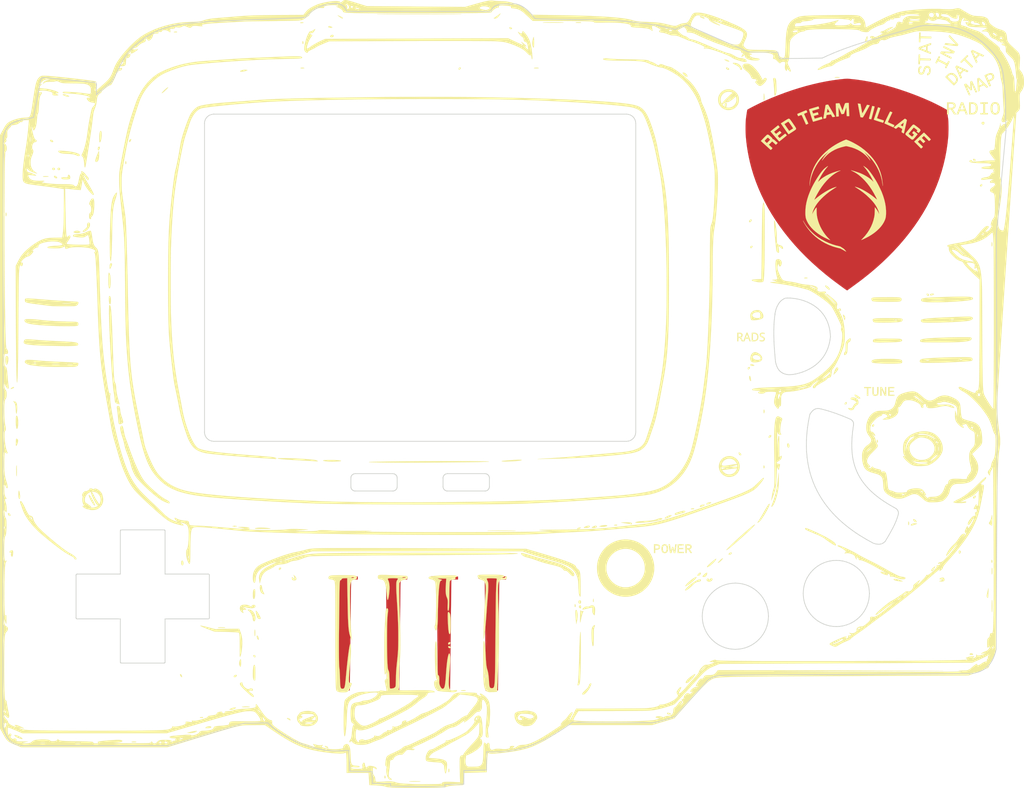
<source format=kicad_pcb>
(kicad_pcb (version 4) (host pcbnew 4.0.7)
  (layers (0 F.Cu signal) (31 B.Cu signal) (34 B.Paste user) (35 F.Paste user) (36 B.SilkS user) (37 F.SilkS user) (38 B.Mask user) (39 F.Mask user) (44 Edge.Cuts user))
  (net 0 "")
  (module LOGO (layer F.Cu) (at 0 0)
    (fp_text reference "G***" hide)
    (fp_text value "LOGO" hide)
  )
  (module LOGO (layer F.Cu) (at 0 0)
    (fp_text reference "G***" hide)
    (fp_text value "LOGO" hide)
  )
  (module LOGO (layer F.Cu) (at 0 0)
    (fp_text reference "G***" hide)
    (fp_text value "LOGO" hide)
  )
  (module LOGO (layer F.Cu) (at 0 0)
    (fp_text reference "G***" hide)
    (fp_text value "LOGO" hide)
    (fp_poly (pts (xy 4.635508 4.929766) (xy 4.895520 4.930386) (xy 5.148486 4.931331) (xy 5.390393 4.932566) (xy 5.617226 4.934053) (xy 5.824970 4.935758) (xy 6.009610 4.937644) (xy 6.167134 4.939676) (xy 6.293525 4.941818) (xy 6.384770 4.944033) (xy 6.429375 4.945812) (xy 6.667500 4.959213) (xy 6.667500 5.355167) (xy 5.782451 5.355167) (xy 5.770762 5.550958) (xy 5.769624 5.587230) (xy 5.768060 5.664212) (xy 5.766090 5.780282) (xy 5.763733 5.933819) (xy 5.761009 6.123202) (xy 5.757938 6.346809) (xy 5.754539 6.603020) (xy 5.750833 6.890213) (xy 5.746839 7.206766) (xy 5.742576 7.551058) (xy 5.738065 7.921469) (xy 5.733325 8.316376) (xy 5.728377 8.734159) (xy 5.723239 9.173196) (xy 5.717931 9.631866) (xy 5.712474 10.108547) (xy 5.706886 10.601619) (xy 5.701189 11.109460) (xy 5.695401 11.630448) (xy 5.689542 12.162963) (xy 5.683631 12.705383) (xy 5.683575 12.710583) (xy 5.677654 13.254292) (xy 5.671781 13.788685) (xy 5.665977 14.312108) (xy 5.660261 14.822908) (xy 5.654654 15.319434) (xy 5.649175 15.800031) (xy 5.643845 16.263047) (xy 5.638683 16.706830) (xy 5.633709 17.129727) (xy 5.628943 17.530084) (xy 5.624405 17.906250) (xy 5.620116 18.256570) (xy 5.616094 18.579393) (xy 5.612360 18.873066) (xy 5.608934 19.135936) (xy 5.605836 19.366349) (xy 5.603085 19.562654) (xy 5.600702 19.723198) (xy 5.598707 19.846327) (xy 5.597119 19.930389) (xy 5.595982 19.973151) (xy 5.583888 20.271886) (xy 5.083236 20.285703) (xy 4.918178 20.290468) (xy 4.745522 20.295819) (xy 4.577013 20.301368) (xy 4.424394 20.306723) (xy 4.299412 20.311495) (xy 4.273844 20.312552) (xy 3.965105 20.325585) (xy 3.951869 19.354417) (xy 3.950598 19.253189) (xy 3.948986 19.111595) (xy 3.947054 18.931602) (xy 3.944817 18.715176) (xy 3.942296 18.464285) (xy 3.939508 18.180895) (xy 3.936472 17.866972) (xy 3.933206 17.524483) (xy 3.929727 17.155394) (xy 3.926055 16.761671) (xy 3.922207 16.345282) (xy 3.918202 15.908193) (xy 3.914059 15.452370) (xy 3.909794 14.979779) (xy 3.905428 14.492388) (xy 3.900977 13.992163) (xy 3.896460 13.481070) (xy 3.891895 12.961075) (xy 3.887302 12.434146) (xy 3.883005 11.938000) (xy 3.878492 11.417933) (xy 3.874022 10.908639) (xy 3.869613 10.411757) (xy 3.865280 9.928924) (xy 3.861040 9.461781) (xy 3.856908 9.011964) (xy 3.852901 8.581113) (xy 3.849035 8.170867) (xy 3.845325 7.782863) (xy 3.841789 7.418741) (xy 3.838441 7.080139) (xy 3.835299 6.768695) (xy 3.832378 6.486048) (xy 3.829694 6.233838) (xy 3.827263 6.013701) (xy 3.825102 5.827277) (xy 3.823227 5.676205) (xy 3.821653 5.562123) (xy 3.820396 5.486669) (xy 3.819474 5.451482) (xy 3.819291 5.449132) (xy 3.812972 5.433516) (xy 3.796743 5.419911) (xy 3.765175 5.406827) (xy 3.712839 5.392775) (xy 3.634307 5.376267) (xy 3.524148 5.355814) (xy 3.397852 5.333564) (xy 3.271635 5.311046) (xy 3.160985 5.290253) (xy 3.072179 5.272455) (xy 3.011497 5.258917) (xy 2.985215 5.250906) (xy 2.984619 5.250183) (xy 2.990436 5.225855) (xy 3.005725 5.171818) (xy 3.027432 5.098800) (xy 3.032253 5.082936) (xy 3.079766 4.927121) (xy 4.635508 4.929766)) (layer F.Cu) (width 0.010000))
    (fp_poly (pts (xy 11.223593 4.925994) (xy 11.480255 4.926992) (xy 11.731699 4.928313) (xy 11.973569 4.929911) (xy 12.201504 4.931743) (xy 12.411149 4.933765) (xy 12.598143 4.935932) (xy 12.758130 4.938202) (xy 12.886751 4.940529) (xy 12.979647 4.942870) (xy 13.012208 4.944070) (xy 13.313833 4.957401) (xy 13.313833 5.355167) (xy 12.429592 5.355167) (xy 12.416629 5.868458) (xy 12.415351 5.930854) (xy 12.413629 6.033811) (xy 12.411485 6.175560) (xy 12.408940 6.354331) (xy 12.406016 6.568354) (xy 12.402735 6.815861) (xy 12.399119 7.095080) (xy 12.395188 7.404244) (xy 12.390966 7.741582) (xy 12.386473 8.105324) (xy 12.381731 8.493702) (xy 12.376762 8.904945) (xy 12.371587 9.337284) (xy 12.366229 9.788950) (xy 12.360709 10.258173) (xy 12.355048 10.743183) (xy 12.349268 11.242210) (xy 12.343391 11.753486) (xy 12.337439 12.275241) (xy 12.331433 12.805705) (xy 12.329048 13.017500) (xy 12.323074 13.548409) (xy 12.317195 14.070092) (xy 12.311432 14.580847) (xy 12.305803 15.078975) (xy 12.300329 15.562774) (xy 12.295027 16.030545) (xy 12.289919 16.480586) (xy 12.285022 16.911197) (xy 12.280358 17.320678) (xy 12.275945 17.707328) (xy 12.271802 18.069447) (xy 12.267949 18.405334) (xy 12.264406 18.713288) (xy 12.261192 18.991610) (xy 12.258327 19.238598) (xy 12.255829 19.452553) (xy 12.253718 19.631773) (xy 12.252014 19.774558) (xy 12.250736 19.879207) (xy 12.249904 19.944021) (xy 12.249674 19.960167) (xy 12.244917 20.267083) (xy 11.885083 20.280160) (xy 11.745818 20.285100) (xy 11.578642 20.290838) (xy 11.397956 20.296892) (xy 11.218165 20.302778) (xy 11.064875 20.307663) (xy 10.604500 20.322090) (xy 10.604302 19.966503) (xy 10.604085 19.916933) (xy 10.603476 19.826749) (xy 10.602491 19.697666) (xy 10.601146 19.531402) (xy 10.599455 19.329674) (xy 10.597435 19.094198) (xy 10.595101 18.826691) (xy 10.592469 18.528869) (xy 10.589554 18.202450) (xy 10.586371 17.849149) (xy 10.582937 17.470685) (xy 10.579267 17.068772) (xy 10.575376 16.645129) (xy 10.571279 16.201472) (xy 10.566994 15.739517) (xy 10.562534 15.260982) (xy 10.557916 14.767582) (xy 10.553155 14.261035) (xy 10.548266 13.743058) (xy 10.543266 13.215366) (xy 10.540983 12.975167) (xy 10.535928 12.442323) (xy 10.530979 11.917769) (xy 10.526150 11.403260) (xy 10.521458 10.900549) (xy 10.516918 10.411389) (xy 10.512547 9.937535) (xy 10.508358 9.480739) (xy 10.504369 9.042756) (xy 10.500595 8.625338) (xy 10.497051 8.230240) (xy 10.493753 7.859215) (xy 10.490716 7.514017) (xy 10.487957 7.196399) (xy 10.485491 6.908116) (xy 10.483334 6.650919) (xy 10.481501 6.426564) (xy 10.480007 6.236804) (xy 10.478869 6.083392) (xy 10.478102 5.968083) (xy 10.477722 5.892628) (xy 10.477681 5.873552) (xy 10.477500 5.407687) (xy 10.059458 5.335952) (xy 9.931895 5.313833) (xy 9.819288 5.293870) (xy 9.728030 5.277232) (xy 9.664515 5.265090) (xy 9.635134 5.258611) (xy 9.633940 5.258117) (xy 9.636698 5.236718) (xy 9.650580 5.185089) (xy 9.672872 5.113007) (xy 9.681533 5.086634) (xy 9.736603 4.921250) (xy 11.223593 4.925994)) (layer F.Cu) (width 0.010000))
    (fp_poly (pts (xy 18.118675 4.929766) (xy 18.378686 4.930386) (xy 18.631653 4.931331) (xy 18.873560 4.932566) (xy 19.100392 4.934053) (xy 19.308136 4.935758) (xy 19.492777 4.937644) (xy 19.650300 4.939676) (xy 19.776692 4.941818) (xy 19.867937 4.944033) (xy 19.912542 4.945812) (xy 20.150667 4.959213) (xy 20.150667 5.355167) (xy 19.265617 5.355167) (xy 19.253932 5.550958) (xy 19.252794 5.587230) (xy 19.251231 5.664212) (xy 19.249261 5.780282) (xy 19.246905 5.933819) (xy 19.244182 6.123202) (xy 19.241112 6.346809) (xy 19.237714 6.603020) (xy 19.234009 6.890213) (xy 19.230016 7.206766) (xy 19.225755 7.551058) (xy 19.221246 7.921469) (xy 19.216508 8.316376) (xy 19.211560 8.734159) (xy 19.206424 9.173196) (xy 19.201118 9.631866) (xy 19.195663 10.108548) (xy 19.190077 10.601619) (xy 19.184382 11.109460) (xy 19.178595 11.630448) (xy 19.172738 12.162963) (xy 19.166830 12.705383) (xy 19.166774 12.710583) (xy 19.160855 13.254293) (xy 19.154983 13.788685) (xy 19.149181 14.312108) (xy 19.143466 14.822908) (xy 19.137860 15.319434) (xy 19.132383 15.800031) (xy 19.127053 16.263048) (xy 19.121891 16.706830) (xy 19.116918 17.129727) (xy 19.112152 17.530084) (xy 19.107614 17.906250) (xy 19.103324 18.256570) (xy 19.099302 18.579393) (xy 19.095567 18.873066) (xy 19.092140 19.135936) (xy 19.089041 19.366349) (xy 19.086289 19.562654) (xy 19.083904 19.723198) (xy 19.081907 19.846327) (xy 19.080317 19.930389) (xy 19.079178 19.973151) (xy 19.067055 20.271886) (xy 18.566402 20.285703) (xy 18.401346 20.290468) (xy 18.228693 20.295819) (xy 18.060187 20.301367) (xy 17.907572 20.306722) (xy 17.782595 20.311494) (xy 17.757026 20.312552) (xy 17.448301 20.325584) (xy 17.435157 19.354417) (xy 17.433892 19.253188) (xy 17.432287 19.111594) (xy 17.430359 18.931601) (xy 17.428128 18.715176) (xy 17.425610 18.464285) (xy 17.422825 18.180895) (xy 17.419791 17.866972) (xy 17.416526 17.524483) (xy 17.413048 17.155394) (xy 17.409375 16.761671) (xy 17.405526 16.345282) (xy 17.401519 15.908193) (xy 17.397373 15.452370) (xy 17.393105 14.979780) (xy 17.388734 14.492389) (xy 17.384277 13.992163) (xy 17.379755 13.481070) (xy 17.375183 12.961076) (xy 17.370582 12.434147) (xy 17.366278 11.938000) (xy 17.361756 11.417933) (xy 17.357278 10.908639) (xy 17.352860 10.411757) (xy 17.348520 9.928925) (xy 17.344272 9.461781) (xy 17.340133 9.011964) (xy 17.336119 8.581113) (xy 17.332246 8.170867) (xy 17.328530 7.782863) (xy 17.324987 7.418741) (xy 17.321634 7.080139) (xy 17.318487 6.768695) (xy 17.315561 6.486049) (xy 17.312873 6.233838) (xy 17.310439 6.013701) (xy 17.308275 5.827278) (xy 17.306397 5.676205) (xy 17.304821 5.562123) (xy 17.303564 5.486669) (xy 17.302641 5.451482) (xy 17.302457 5.449132) (xy 17.296139 5.433516) (xy 17.279910 5.419911) (xy 17.248342 5.406827) (xy 17.196006 5.392775) (xy 17.117473 5.376267) (xy 17.007315 5.355814) (xy 16.881019 5.333564) (xy 16.754802 5.311046) (xy 16.644152 5.290253) (xy 16.555346 5.272455) (xy 16.494663 5.258917) (xy 16.468381 5.250906) (xy 16.467786 5.250183) (xy 16.473603 5.225855) (xy 16.488892 5.171818) (xy 16.510599 5.098800) (xy 16.515419 5.082936) (xy 16.562933 4.927121) (xy 18.118675 4.929766)) (layer F.Cu) (width 0.010000))
    (fp_poly (pts (xy 24.485219 4.925987) (xy 24.741712 4.926991) (xy 24.993593 4.928321) (xy 25.236404 4.929933) (xy 25.465688 4.931782) (xy 25.676988 4.933823) (xy 25.865846 4.936011) (xy 26.027806 4.938300) (xy 26.158410 4.940647) (xy 26.253201 4.943007) (xy 26.283708 4.944090) (xy 26.606500 4.957457) (xy 26.606500 5.355167) (xy 25.696333 5.355167) (xy 25.696165 5.434542) (xy 25.695904 5.461602) (xy 25.695158 5.529424) (xy 25.693945 5.636438) (xy 25.692285 5.781077) (xy 25.690195 5.961770) (xy 25.687695 6.176948) (xy 25.684801 6.425044) (xy 25.681534 6.704488) (xy 25.677911 7.013711) (xy 25.673951 7.351144) (xy 25.669673 7.715219) (xy 25.665094 8.104367) (xy 25.660233 8.517018) (xy 25.655109 8.951603) (xy 25.649739 9.406555) (xy 25.644144 9.880303) (xy 25.638340 10.371280) (xy 25.632346 10.877915) (xy 25.626181 11.398641) (xy 25.619864 11.931889) (xy 25.613412 12.476089) (xy 25.611635 12.625917) (xy 25.605131 13.174980) (xy 25.598757 13.714535) (xy 25.592532 14.242957) (xy 25.586475 14.758624) (xy 25.580604 15.259909) (xy 25.574937 15.745191) (xy 25.569494 16.212843) (xy 25.564293 16.661243) (xy 25.559352 17.088766) (xy 25.554690 17.493788) (xy 25.550326 17.874686) (xy 25.546278 18.229834) (xy 25.542565 18.557609) (xy 25.539206 18.856387) (xy 25.536218 19.124544) (xy 25.533622 19.360455) (xy 25.531434 19.562497) (xy 25.529675 19.729045) (xy 25.528362 19.858476) (xy 25.527514 19.949166) (xy 25.527149 19.999489) (xy 25.527136 20.004770) (xy 25.527000 20.271623) (xy 25.013708 20.285506) (xy 24.847035 20.290232) (xy 24.672974 20.295551) (xy 24.503026 20.301083) (xy 24.348695 20.306451) (xy 24.221481 20.311277) (xy 24.188208 20.312652) (xy 23.876000 20.325915) (xy 23.875802 19.693249) (xy 23.875583 19.621098) (xy 23.874968 19.508425) (xy 23.873974 19.357041) (xy 23.872617 19.168757) (xy 23.870911 18.945381) (xy 23.868873 18.688726) (xy 23.866519 18.400600) (xy 23.863864 18.082814) (xy 23.860924 17.737178) (xy 23.857714 17.365503) (xy 23.854252 16.969598) (xy 23.850552 16.551273) (xy 23.846630 16.112340) (xy 23.842501 15.654607) (xy 23.838183 15.179886) (xy 23.833690 14.689986) (xy 23.829038 14.186717) (xy 23.824243 13.671890) (xy 23.819321 13.147316) (xy 23.814288 12.614803) (xy 23.812483 12.424833) (xy 23.807451 11.895314) (xy 23.802524 11.375697) (xy 23.797716 10.867645) (xy 23.793044 10.372820) (xy 23.788522 9.892885) (xy 23.784166 9.429503) (xy 23.779991 8.984334) (xy 23.776013 8.559043) (xy 23.772248 8.155292) (xy 23.768710 7.774742) (xy 23.765415 7.419056) (xy 23.762378 7.089898) (xy 23.759616 6.788928) (xy 23.757142 6.517810) (xy 23.754974 6.278206) (xy 23.753125 6.071779) (xy 23.751612 5.900191) (xy 23.750450 5.765104) (xy 23.749654 5.668180) (xy 23.749240 5.611083) (xy 23.749181 5.597881) (xy 23.749000 5.406680) (xy 23.335219 5.334901) (xy 23.208431 5.312372) (xy 23.096738 5.291504) (xy 23.006540 5.273578) (xy 22.944239 5.259873) (xy 22.916237 5.251670) (xy 22.915358 5.250936) (xy 22.918435 5.226387) (xy 22.932048 5.172217) (xy 22.953470 5.099005) (xy 22.959400 5.080000) (xy 23.009522 4.921250) (xy 24.485219 4.925987)) (layer F.Cu) (width 0.010000))
    (fp_poly (pts (xy 72.555405 -61.990719) (xy 72.647955 -61.986774) (xy 72.743677 -61.979909) (xy 72.765708 -61.978039) (xy 73.703515 -61.878631) (xy 74.658996 -61.741868) (xy 75.630649 -61.568134) (xy 76.616970 -61.357813) (xy 77.616458 -61.111290) (xy 78.627608 -60.828950) (xy 79.648919 -60.511178) (xy 80.678888 -60.158357) (xy 81.716012 -59.770874) (xy 82.306583 -59.535952) (xy 82.778428 -59.341193) (xy 83.218150 -59.153230) (xy 83.634529 -58.967950) (xy 84.036346 -58.781237) (xy 84.432380 -58.588977) (xy 84.831413 -58.387056) (xy 85.242223 -58.171358) (xy 85.405626 -58.083640) (xy 85.534629 -58.013884) (xy 85.650810 -57.950840) (xy 85.749129 -57.897262) (xy 85.824547 -57.855900) (xy 85.872027 -57.829509) (xy 85.886660 -57.820895) (xy 85.892351 -57.797821) (xy 85.902738 -57.738634) (xy 85.916993 -57.649195) (xy 85.934287 -57.535362) (xy 85.953789 -57.402995) (xy 85.974670 -57.257952) (xy 85.996101 -57.106093) (xy 86.017253 -56.953277) (xy 86.037296 -56.805362) (xy 86.055400 -56.668210) (xy 86.070737 -56.547677) (xy 86.082477 -56.449624) (xy 86.088001 -56.398583) (xy 86.096643 -56.284523) (xy 86.103655 -56.135147) (xy 86.109036 -55.957441) (xy 86.112785 -55.758390) (xy 86.114902 -55.544982) (xy 86.115387 -55.324201) (xy 86.114238 -55.103033) (xy 86.111456 -54.888466) (xy 86.107040 -54.687483) (xy 86.100988 -54.507073) (xy 86.093301 -54.354219) (xy 86.088173 -54.281917) (xy 85.987011 -53.297864) (xy 85.844620 -52.323073) (xy 85.660973 -51.357449) (xy 85.436040 -50.400898) (xy 85.169792 -49.453325) (xy 84.862200 -48.514636) (xy 84.513236 -47.584738) (xy 84.122871 -46.663535) (xy 83.691075 -45.750933) (xy 83.217820 -44.846839) (xy 83.172101 -44.763913) (xy 82.662364 -43.884905) (xy 82.112018 -43.015384) (xy 81.521918 -42.156305) (xy 80.892917 -41.308619) (xy 80.225872 -40.473279) (xy 79.521637 -39.651239) (xy 78.781066 -38.843451) (xy 78.005014 -38.050868) (xy 77.194336 -37.274443) (xy 76.349888 -36.515129) (xy 75.472522 -35.773878) (xy 74.563095 -35.051644) (xy 74.236629 -34.802966) (xy 74.148989 -34.737329) (xy 74.039965 -34.656318) (xy 73.913531 -34.562834) (xy 73.773660 -34.459779) (xy 73.624326 -34.350053) (xy 73.469504 -34.236558) (xy 73.313167 -34.122195) (xy 73.159290 -34.009864) (xy 73.011846 -33.902468) (xy 72.874810 -33.802908) (xy 72.752155 -33.714083) (xy 72.647856 -33.638896) (xy 72.565885 -33.580248) (xy 72.510218 -33.541039) (xy 72.485250 -33.524401) (xy 72.463879 -33.533715) (xy 72.412363 -33.565433) (xy 72.334644 -33.616859) (xy 72.234665 -33.685293) (xy 72.116367 -33.768037) (xy 71.983692 -33.862393) (xy 71.840583 -33.965662) (xy 71.839667 -33.966328) (xy 71.529200 -34.192482) (xy 71.249003 -34.397814) (xy 70.994620 -34.585716) (xy 70.761596 -34.759581) (xy 70.545478 -34.922802) (xy 70.341811 -35.078772) (xy 70.146139 -35.230884) (xy 69.954009 -35.382529) (xy 69.760965 -35.537102) (xy 69.562554 -35.697995) (xy 69.514057 -35.737587) (xy 68.614305 -36.495406) (xy 67.754513 -37.265534) (xy 66.933881 -38.048840) (xy 66.151613 -38.846187) (xy 65.406910 -39.658444) (xy 64.698975 -40.486475) (xy 64.027009 -41.331146) (xy 63.390214 -42.193325) (xy 62.871619 -42.947167) (xy 62.337153 -43.784596) (xy 61.837224 -44.637730) (xy 61.372819 -45.504345) (xy 60.944925 -46.382213) (xy 60.554529 -47.269109) (xy 60.202618 -48.162807) (xy 59.890179 -49.061082) (xy 59.618200 -49.961706) (xy 59.417392 -50.736500) (xy 59.261417 -51.436490) (xy 59.125979 -52.144545) (xy 59.012659 -52.850726) (xy 58.923038 -53.545091) (xy 58.858697 -54.217701) (xy 58.854152 -54.277480) (xy 58.838226 -54.539483) (xy 58.827416 -54.821959) (xy 58.821622 -55.117048) (xy 58.820742 -55.416892) (xy 58.824674 -55.713631) (xy 58.833316 -55.999405) (xy 58.846566 -56.266356) (xy 58.864322 -56.506623) (xy 58.885594 -56.705500) (xy 58.909694 -56.887322) (xy 58.934632 -57.066436) (xy 58.959602 -57.237801) (xy 58.983800 -57.396376) (xy 59.006419 -57.537117) (xy 59.026655 -57.654985) (xy 59.043701 -57.744936) (xy 59.056752 -57.801928) (xy 59.063708 -57.820334) (xy 59.098253 -57.846414) (xy 59.167099 -57.888752) (xy 59.266346 -57.945361) (xy 59.392097 -58.014256) (xy 59.540450 -58.093449) (xy 59.707508 -58.180954) (xy 59.889371 -58.274785) (xy 60.082140 -58.372954) (xy 60.281915 -58.473476) (xy 60.484799 -58.574364) (xy 60.686890 -58.673631) (xy 60.884291 -58.769290) (xy 61.073103 -58.859355) (xy 61.249425 -58.941840) (xy 61.398579 -59.009917) (xy 62.310672 -59.405704) (xy 63.233248 -59.777927) (xy 64.162759 -60.125568) (xy 65.095656 -60.447611) (xy 66.028392 -60.743038) (xy 66.957417 -61.010834) (xy 67.879184 -61.249980) (xy 68.790144 -61.459461) (xy 69.686749 -61.638260) (xy 70.565450 -61.785359) (xy 71.422700 -61.899741) (xy 71.522167 -61.911021) (xy 71.750585 -61.936034) (xy 71.942657 -61.955998) (xy 72.104026 -61.971216) (xy 72.240340 -61.981993) (xy 72.357244 -61.988633) (xy 72.460384 -61.991440) (xy 72.555405 -61.990719)) (layer F.Cu) (width 0.010000))
  )
  (module LOGO (layer F.Cu) (at 0 0)
    (fp_text reference "G***" hide)
    (fp_text value "LOGO" hide)
  )
  (module LOGO (layer F.Cu) (at 0 0)
    (fp_text reference "G***" hide)
    (fp_text value "LOGO" hide)
  )
  (module LOGO (layer F.Cu) (at 0 0)
    (fp_text reference "G***" hide)
    (fp_text value "LOGO" hide)
  )
  (gr_line (start 62.772000 -30.294400) (end 62.795000 -30.460400) (layer Edge.Cuts) (width 0.1))
  (gr_line (start 62.795000 -30.460400) (end 62.844000 -30.707900) (layer Edge.Cuts) (width 0.1))
  (gr_line (start 62.844000 -30.707900) (end 62.929000 -31.011300) (layer Edge.Cuts) (width 0.1))
  (gr_line (start 62.929000 -31.011300) (end 63.057000 -31.345200) (layer Edge.Cuts) (width 0.1))
  (gr_line (start 63.057000 -31.345200) (end 63.235000 -31.683800) (layer Edge.Cuts) (width 0.1))
  (gr_line (start 63.235000 -31.683800) (end 63.346000 -31.847000) (layer Edge.Cuts) (width 0.1))
  (gr_line (start 63.346000 -31.847000) (end 63.472000 -32.001800) (layer Edge.Cuts) (width 0.1))
  (gr_line (start 63.472000 -32.001800) (end 63.615000 -32.145000) (layer Edge.Cuts) (width 0.1))
  (gr_line (start 63.615000 -32.145000) (end 63.776000 -32.273400) (layer Edge.Cuts) (width 0.1))
  (gr_line (start 63.776000 -32.273400) (end 63.955000 -32.383900) (layer Edge.Cuts) (width 0.1))
  (gr_line (start 63.955000 -32.383900) (end 64.154000 -32.473200) (layer Edge.Cuts) (width 0.1))
  (gr_line (start 64.154000 -32.473200) (end 64.454000 -32.495600) (layer Edge.Cuts) (width 0.1))
  (gr_line (start 64.454000 -32.495600) (end 64.816000 -32.492700) (layer Edge.Cuts) (width 0.1))
  (gr_line (start 64.816000 -32.492700) (end 65.228000 -32.460100) (layer Edge.Cuts) (width 0.1))
  (gr_line (start 65.228000 -32.460100) (end 65.680000 -32.393200) (layer Edge.Cuts) (width 0.1))
  (gr_line (start 65.680000 -32.393200) (end 66.161000 -32.287700) (layer Edge.Cuts) (width 0.1))
  (gr_line (start 66.161000 -32.287700) (end 66.660000 -32.139000) (layer Edge.Cuts) (width 0.1))
  (gr_line (start 66.660000 -32.139000) (end 67.167000 -31.942600) (layer Edge.Cuts) (width 0.1))
  (gr_line (start 67.167000 -31.942600) (end 67.669000 -31.694100) (layer Edge.Cuts) (width 0.1))
  (gr_line (start 67.669000 -31.694100) (end 67.915000 -31.548900) (layer Edge.Cuts) (width 0.1))
  (gr_line (start 67.915000 -31.548900) (end 68.156000 -31.388900) (layer Edge.Cuts) (width 0.1))
  (gr_line (start 68.156000 -31.388900) (end 68.391000 -31.213700) (layer Edge.Cuts) (width 0.1))
  (gr_line (start 68.391000 -31.213700) (end 68.618000 -31.022700) (layer Edge.Cuts) (width 0.1))
  (gr_line (start 68.618000 -31.022700) (end 68.836000 -30.815300) (layer Edge.Cuts) (width 0.1))
  (gr_line (start 68.836000 -30.815300) (end 69.043000 -30.590900) (layer Edge.Cuts) (width 0.1))
  (gr_line (start 69.043000 -30.590900) (end 69.238000 -30.349000) (layer Edge.Cuts) (width 0.1))
  (gr_line (start 69.238000 -30.349000) (end 69.420000 -30.089000) (layer Edge.Cuts) (width 0.1))
  (gr_line (start 69.420000 -30.089000) (end 69.588000 -29.810400) (layer Edge.Cuts) (width 0.1))
  (gr_line (start 69.588000 -29.810400) (end 69.739000 -29.512600) (layer Edge.Cuts) (width 0.1))
  (gr_line (start 69.739000 -29.512600) (end 69.874000 -29.195100) (layer Edge.Cuts) (width 0.1))
  (gr_line (start 69.874000 -29.195100) (end 69.989000 -28.857200) (layer Edge.Cuts) (width 0.1))
  (gr_line (start 69.989000 -28.857200) (end 70.085000 -28.498500) (layer Edge.Cuts) (width 0.1))
  (gr_line (start 70.085000 -28.498500) (end 70.159000 -28.118300) (layer Edge.Cuts) (width 0.1))
  (gr_line (start 70.159000 -28.118300) (end 70.210000 -27.716200) (layer Edge.Cuts) (width 0.1))
  (gr_line (start 70.210000 -27.716200) (end 70.237000 -27.291500) (layer Edge.Cuts) (width 0.1))
  (gr_line (start 70.237000 -27.291500) (end 70.183000 -26.868600) (layer Edge.Cuts) (width 0.1))
  (gr_line (start 70.183000 -26.868600) (end 70.106000 -26.468900) (layer Edge.Cuts) (width 0.1))
  (gr_line (start 70.106000 -26.468900) (end 70.007000 -26.091800) (layer Edge.Cuts) (width 0.1))
  (gr_line (start 70.007000 -26.091800) (end 69.887000 -25.736600) (layer Edge.Cuts) (width 0.1))
  (gr_line (start 69.887000 -25.736600) (end 69.749000 -25.402800) (layer Edge.Cuts) (width 0.1))
  (gr_line (start 69.749000 -25.402800) (end 69.594000 -25.089600) (layer Edge.Cuts) (width 0.1))
  (gr_line (start 69.594000 -25.089600) (end 69.422000 -24.796600) (layer Edge.Cuts) (width 0.1))
  (gr_line (start 69.422000 -24.796600) (end 69.237000 -24.523100) (layer Edge.Cuts) (width 0.1))
  (gr_line (start 69.237000 -24.523100) (end 69.039000 -24.268400) (layer Edge.Cuts) (width 0.1))
  (gr_line (start 69.039000 -24.268400) (end 68.830000 -24.032000) (layer Edge.Cuts) (width 0.1))
  (gr_line (start 68.830000 -24.032000) (end 68.611000 -23.813200) (layer Edge.Cuts) (width 0.1))
  (gr_line (start 68.611000 -23.813200) (end 68.384000 -23.611500) (layer Edge.Cuts) (width 0.1))
  (gr_line (start 68.384000 -23.611500) (end 68.151000 -23.426100) (layer Edge.Cuts) (width 0.1))
  (gr_line (start 68.151000 -23.426100) (end 67.912000 -23.256500) (layer Edge.Cuts) (width 0.1))
  (gr_line (start 67.912000 -23.256500) (end 67.426000 -22.962100) (layer Edge.Cuts) (width 0.1))
  (gr_line (start 67.426000 -22.962100) (end 66.938000 -22.723500) (layer Edge.Cuts) (width 0.1))
  (gr_line (start 66.938000 -22.723500) (end 66.461000 -22.535600) (layer Edge.Cuts) (width 0.1))
  (gr_line (start 66.461000 -22.535600) (end 66.005000 -22.393500) (layer Edge.Cuts) (width 0.1))
  (gr_line (start 66.005000 -22.393500) (end 65.584000 -22.292300) (layer Edge.Cuts) (width 0.1))
  (gr_line (start 65.584000 -22.292300) (end 65.211000 -22.227000) (layer Edge.Cuts) (width 0.1))
  (gr_line (start 65.211000 -22.227000) (end 64.896000 -22.192700) (layer Edge.Cuts) (width 0.1))
  (gr_line (start 64.896000 -22.192700) (end 64.652000 -22.184500) (layer Edge.Cuts) (width 0.1))
  (gr_line (start 64.652000 -22.184500) (end 64.491000 -22.197400) (layer Edge.Cuts) (width 0.1))
  (gr_line (start 64.491000 -22.197400) (end 64.282000 -22.237700) (layer Edge.Cuts) (width 0.1))
  (gr_line (start 64.282000 -22.237700) (end 64.093000 -22.290200) (layer Edge.Cuts) (width 0.1))
  (gr_line (start 64.093000 -22.290200) (end 63.922000 -22.354200) (layer Edge.Cuts) (width 0.1))
  (gr_line (start 63.922000 -22.354200) (end 63.768000 -22.429000) (layer Edge.Cuts) (width 0.1))
  (gr_line (start 63.768000 -22.429000) (end 63.631000 -22.513800) (layer Edge.Cuts) (width 0.1))
  (gr_line (start 63.631000 -22.513800) (end 63.508000 -22.608100) (layer Edge.Cuts) (width 0.1))
  (gr_line (start 63.508000 -22.608100) (end 63.399000 -22.711000) (layer Edge.Cuts) (width 0.1))
  (gr_line (start 63.399000 -22.711000) (end 63.302000 -22.821900) (layer Edge.Cuts) (width 0.1))
  (gr_line (start 63.302000 -22.821900) (end 63.143000 -23.064700) (layer Edge.Cuts) (width 0.1))
  (gr_line (start 63.143000 -23.064700) (end 63.020000 -23.330900) (layer Edge.Cuts) (width 0.1))
  (gr_line (start 63.020000 -23.330900) (end 62.926000 -23.614700) (layer Edge.Cuts) (width 0.1))
  (gr_line (start 62.926000 -23.614700) (end 62.851000 -23.910600) (layer Edge.Cuts) (width 0.1))
  (gr_line (start 62.851000 -23.910600) (end 62.760000 -24.868300) (layer Edge.Cuts) (width 0.1))
  (gr_line (start 62.760000 -24.868300) (end 62.691000 -25.776400) (layer Edge.Cuts) (width 0.1))
  (gr_line (start 62.691000 -25.776400) (end 62.644000 -26.636800) (layer Edge.Cuts) (width 0.1))
  (gr_line (start 62.644000 -26.636800) (end 62.620000 -27.451500) (layer Edge.Cuts) (width 0.1))
  (gr_line (start 62.620000 -27.451500) (end 62.620000 -28.222600) (layer Edge.Cuts) (width 0.1))
  (gr_line (start 62.620000 -28.222600) (end 62.645000 -28.952100) (layer Edge.Cuts) (width 0.1))
  (gr_line (start 62.645000 -28.952100) (end 62.695000 -29.642000) (layer Edge.Cuts) (width 0.1))
  (gr_line (start 62.695000 -29.642000) (end 62.772000 -30.294400) (layer Edge.Cuts) (width 0.1))
  (gr_line (start 62.772000 -30.294400) (end 62.772000 -30.294400) (layer Edge.Cuts) (width 0.1))
  (gr_line (start 62.772000 -30.294400) (end 62.772000 -30.294400) (layer Edge.Cuts) (width 0.1))
  (gr_line (start -25.127600 -1.323600) (end -25.182400 -1.312500) (layer Edge.Cuts) (width 0.1))
  (gr_line (start -25.182400 -1.312500) (end -25.227100 -1.282500) (layer Edge.Cuts) (width 0.1))
  (gr_line (start -25.227100 -1.282500) (end -25.257200 -1.237800) (layer Edge.Cuts) (width 0.1))
  (gr_line (start -25.257200 -1.237800) (end -25.268200 -1.183000) (layer Edge.Cuts) (width 0.1))
  (gr_line (start -25.268200 -1.183000) (end -25.268200 4.627000) (layer Edge.Cuts) (width 0.1))
  (gr_line (start -25.268200 4.627000) (end -31.078200 4.627000) (layer Edge.Cuts) (width 0.1))
  (gr_line (start -31.078200 4.627000) (end -31.133000 4.638000) (layer Edge.Cuts) (width 0.1))
  (gr_line (start -31.133000 4.638000) (end -31.177600 4.668000) (layer Edge.Cuts) (width 0.1))
  (gr_line (start -31.177600 4.668000) (end -31.207700 4.713000) (layer Edge.Cuts) (width 0.1))
  (gr_line (start -31.207700 4.713000) (end -31.218700 4.768000) (layer Edge.Cuts) (width 0.1))
  (gr_line (start -31.218700 4.768000) (end -31.218700 10.507000) (layer Edge.Cuts) (width 0.1))
  (gr_line (start -31.218700 10.507000) (end -31.207700 10.562000) (layer Edge.Cuts) (width 0.1))
  (gr_line (start -31.207700 10.562000) (end -31.177600 10.607000) (layer Edge.Cuts) (width 0.1))
  (gr_line (start -31.177600 10.607000) (end -31.133000 10.637000) (layer Edge.Cuts) (width 0.1))
  (gr_line (start -31.133000 10.637000) (end -31.078200 10.648000) (layer Edge.Cuts) (width 0.1))
  (gr_line (start -31.078200 10.648000) (end -25.268200 10.648000) (layer Edge.Cuts) (width 0.1))
  (gr_line (start -25.268200 10.648000) (end -25.268200 16.458000) (layer Edge.Cuts) (width 0.1))
  (gr_line (start -25.268200 16.458000) (end -25.257200 16.513000) (layer Edge.Cuts) (width 0.1))
  (gr_line (start -25.257200 16.513000) (end -25.227100 16.557000) (layer Edge.Cuts) (width 0.1))
  (gr_line (start -25.227100 16.557000) (end -25.182400 16.587000) (layer Edge.Cuts) (width 0.1))
  (gr_line (start -25.182400 16.587000) (end -25.127600 16.598000) (layer Edge.Cuts) (width 0.1))
  (gr_line (start -25.127600 16.598000) (end -19.387900 16.598000) (layer Edge.Cuts) (width 0.1))
  (gr_line (start -19.387900 16.598000) (end -19.333100 16.587000) (layer Edge.Cuts) (width 0.1))
  (gr_line (start -19.333100 16.587000) (end -19.288400 16.557000) (layer Edge.Cuts) (width 0.1))
  (gr_line (start -19.288400 16.557000) (end -19.258400 16.513000) (layer Edge.Cuts) (width 0.1))
  (gr_line (start -19.258400 16.513000) (end -19.247400 16.458000) (layer Edge.Cuts) (width 0.1))
  (gr_line (start -19.247400 16.458000) (end -19.247400 10.648000) (layer Edge.Cuts) (width 0.1))
  (gr_line (start -19.247400 10.648000) (end -13.437400 10.648000) (layer Edge.Cuts) (width 0.1))
  (gr_line (start -13.437400 10.648000) (end -13.382600 10.637000) (layer Edge.Cuts) (width 0.1))
  (gr_line (start -13.382600 10.637000) (end -13.337900 10.607000) (layer Edge.Cuts) (width 0.1))
  (gr_line (start -13.337900 10.607000) (end -13.307800 10.562000) (layer Edge.Cuts) (width 0.1))
  (gr_line (start -13.307800 10.562000) (end -13.296800 10.507000) (layer Edge.Cuts) (width 0.1))
  (gr_line (start -13.296800 10.507000) (end -13.296800 4.768000) (layer Edge.Cuts) (width 0.1))
  (gr_line (start -13.296800 4.768000) (end -13.307800 4.713000) (layer Edge.Cuts) (width 0.1))
  (gr_line (start -13.307800 4.713000) (end -13.337900 4.668000) (layer Edge.Cuts) (width 0.1))
  (gr_line (start -13.337900 4.668000) (end -13.382600 4.638000) (layer Edge.Cuts) (width 0.1))
  (gr_line (start -13.382600 4.638000) (end -13.437400 4.627000) (layer Edge.Cuts) (width 0.1))
  (gr_line (start -13.437400 4.627000) (end -19.247400 4.627000) (layer Edge.Cuts) (width 0.1))
  (gr_line (start -19.247400 4.627000) (end -19.247400 -1.183000) (layer Edge.Cuts) (width 0.1))
  (gr_line (start -19.247400 -1.183000) (end -19.258400 -1.237800) (layer Edge.Cuts) (width 0.1))
  (gr_line (start -19.258400 -1.237800) (end -19.288400 -1.282500) (layer Edge.Cuts) (width 0.1))
  (gr_line (start -19.288400 -1.282500) (end -19.333100 -1.312500) (layer Edge.Cuts) (width 0.1))
  (gr_line (start -19.333100 -1.312500) (end -19.387900 -1.323600) (layer Edge.Cuts) (width 0.1))
  (gr_line (start -19.387900 -1.323600) (end -25.127600 -1.323600) (layer Edge.Cuts) (width 0.1))
  (gr_line (start -25.127600 -1.323600) (end -25.127600 -1.323600) (layer Edge.Cuts) (width 0.1))
  (gr_line (start 67.471000 -16.866200) (end 67.289000 -15.957900) (layer Edge.Cuts) (width 0.1))
  (gr_line (start 67.289000 -15.957900) (end 67.153000 -15.077800) (layer Edge.Cuts) (width 0.1))
  (gr_line (start 67.153000 -15.077800) (end 67.061000 -14.225500) (layer Edge.Cuts) (width 0.1))
  (gr_line (start 67.061000 -14.225500) (end 67.010000 -13.400600) (layer Edge.Cuts) (width 0.1))
  (gr_line (start 67.010000 -13.400600) (end 66.999000 -12.602400) (layer Edge.Cuts) (width 0.1))
  (gr_line (start 66.999000 -12.602400) (end 67.028000 -11.830700) (layer Edge.Cuts) (width 0.1))
  (gr_line (start 67.028000 -11.830700) (end 67.093000 -11.084800) (layer Edge.Cuts) (width 0.1))
  (gr_line (start 67.093000 -11.084800) (end 67.194000 -10.364500) (layer Edge.Cuts) (width 0.1))
  (gr_line (start 67.194000 -10.364500) (end 67.328000 -9.669100) (layer Edge.Cuts) (width 0.1))
  (gr_line (start 67.328000 -9.669100) (end 67.495000 -8.998300) (layer Edge.Cuts) (width 0.1))
  (gr_line (start 67.495000 -8.998300) (end 67.692000 -8.351500) (layer Edge.Cuts) (width 0.1))
  (gr_line (start 67.692000 -8.351500) (end 67.918000 -7.728400) (layer Edge.Cuts) (width 0.1))
  (gr_line (start 67.918000 -7.728400) (end 68.171000 -7.128400) (layer Edge.Cuts) (width 0.1))
  (gr_line (start 68.171000 -7.128400) (end 68.451000 -6.551100) (layer Edge.Cuts) (width 0.1))
  (gr_line (start 68.451000 -6.551100) (end 68.754000 -5.996000) (layer Edge.Cuts) (width 0.1))
  (gr_line (start 68.754000 -5.996000) (end 69.080000 -5.462700) (layer Edge.Cuts) (width 0.1))
  (gr_line (start 69.080000 -5.462700) (end 69.426000 -4.950600) (layer Edge.Cuts) (width 0.1))
  (gr_line (start 69.426000 -4.950600) (end 69.792000 -4.459500) (layer Edge.Cuts) (width 0.1))
  (gr_line (start 69.792000 -4.459500) (end 70.176000 -3.988700) (layer Edge.Cuts) (width 0.1))
  (gr_line (start 70.176000 -3.988700) (end 70.575000 -3.537800) (layer Edge.Cuts) (width 0.1))
  (gr_line (start 70.575000 -3.537800) (end 70.989000 -3.106300) (layer Edge.Cuts) (width 0.1))
  (gr_line (start 70.989000 -3.106300) (end 71.416000 -2.693900) (layer Edge.Cuts) (width 0.1))
  (gr_line (start 71.416000 -2.693900) (end 71.853000 -2.300000) (layer Edge.Cuts) (width 0.1))
  (gr_line (start 71.853000 -2.300000) (end 72.301000 -1.924100) (layer Edge.Cuts) (width 0.1))
  (gr_line (start 72.301000 -1.924100) (end 72.756000 -1.565900) (layer Edge.Cuts) (width 0.1))
  (gr_line (start 72.756000 -1.565900) (end 73.218000 -1.224700) (layer Edge.Cuts) (width 0.1))
  (gr_line (start 73.218000 -1.224700) (end 73.684000 -0.900300) (layer Edge.Cuts) (width 0.1))
  (gr_line (start 73.684000 -0.900300) (end 74.153000 -0.592100) (layer Edge.Cuts) (width 0.1))
  (gr_line (start 74.153000 -0.592100) (end 75.094000 -0.022500) (layer Edge.Cuts) (width 0.1))
  (gr_line (start 75.094000 -0.022500) (end 76.028000 0.488000) (layer Edge.Cuts) (width 0.1))
  (gr_line (start 76.028000 0.488000) (end 76.341000 0.572000) (layer Edge.Cuts) (width 0.1))
  (gr_line (start 76.341000 0.572000) (end 76.607000 0.611000) (layer Edge.Cuts) (width 0.1))
  (gr_line (start 76.607000 0.611000) (end 76.834000 0.612000) (layer Edge.Cuts) (width 0.1))
  (gr_line (start 76.834000 0.612000) (end 77.027000 0.581000) (layer Edge.Cuts) (width 0.1))
  (gr_line (start 77.027000 0.581000) (end 77.193000 0.524000) (layer Edge.Cuts) (width 0.1))
  (gr_line (start 77.193000 0.524000) (end 77.337000 0.446000) (layer Edge.Cuts) (width 0.1))
  (gr_line (start 77.337000 0.446000) (end 77.587000 0.254000) (layer Edge.Cuts) (width 0.1))
  (gr_line (start 77.587000 0.254000) (end 78.124000 -0.649400) (layer Edge.Cuts) (width 0.1))
  (gr_line (start 78.124000 -0.649400) (end 78.622000 -1.555000) (layer Edge.Cuts) (width 0.1))
  (gr_line (start 78.622000 -1.555000) (end 78.846000 -2.009600) (layer Edge.Cuts) (width 0.1))
  (gr_line (start 78.846000 -2.009600) (end 79.046000 -2.465700) (layer Edge.Cuts) (width 0.1))
  (gr_line (start 79.046000 -2.465700) (end 79.219000 -2.923700) (layer Edge.Cuts) (width 0.1))
  (gr_line (start 79.219000 -2.923700) (end 79.359000 -3.383900) (layer Edge.Cuts) (width 0.1))
  (gr_line (start 79.359000 -3.383900) (end 79.378000 -3.569900) (layer Edge.Cuts) (width 0.1))
  (gr_line (start 79.378000 -3.569900) (end 79.364000 -3.731400) (layer Edge.Cuts) (width 0.1))
  (gr_line (start 79.364000 -3.731400) (end 79.321000 -3.871200) (layer Edge.Cuts) (width 0.1))
  (gr_line (start 79.321000 -3.871200) (end 79.252000 -3.992000) (layer Edge.Cuts) (width 0.1))
  (gr_line (start 79.252000 -3.992000) (end 79.161000 -4.096700) (layer Edge.Cuts) (width 0.1))
  (gr_line (start 79.161000 -4.096700) (end 79.051000 -4.187900) (layer Edge.Cuts) (width 0.1))
  (gr_line (start 79.051000 -4.187900) (end 78.793000 -4.341100) (layer Edge.Cuts) (width 0.1))
  (gr_line (start 78.793000 -4.341100) (end 78.286000 -4.626400) (layer Edge.Cuts) (width 0.1))
  (gr_line (start 78.286000 -4.626400) (end 77.807000 -4.914800) (layer Edge.Cuts) (width 0.1))
  (gr_line (start 77.807000 -4.914800) (end 77.357000 -5.206500) (layer Edge.Cuts) (width 0.1))
  (gr_line (start 77.357000 -5.206500) (end 76.933000 -5.501400) (layer Edge.Cuts) (width 0.1))
  (gr_line (start 76.933000 -5.501400) (end 76.537000 -5.799700) (layer Edge.Cuts) (width 0.1))
  (gr_line (start 76.537000 -5.799700) (end 76.165000 -6.101500) (layer Edge.Cuts) (width 0.1))
  (gr_line (start 76.165000 -6.101500) (end 75.819000 -6.406700) (layer Edge.Cuts) (width 0.1))
  (gr_line (start 75.819000 -6.406700) (end 75.498000 -6.715500) (layer Edge.Cuts) (width 0.1))
  (gr_line (start 75.498000 -6.715500) (end 75.200000 -7.027900) (layer Edge.Cuts) (width 0.1))
  (gr_line (start 75.200000 -7.027900) (end 74.925000 -7.344000) (layer Edge.Cuts) (width 0.1))
  (gr_line (start 74.925000 -7.344000) (end 74.672000 -7.663900) (layer Edge.Cuts) (width 0.1))
  (gr_line (start 74.672000 -7.663900) (end 74.441000 -7.987500) (layer Edge.Cuts) (width 0.1))
  (gr_line (start 74.441000 -7.987500) (end 74.232000 -8.315100) (layer Edge.Cuts) (width 0.1))
  (gr_line (start 74.232000 -8.315100) (end 74.042000 -8.646600) (layer Edge.Cuts) (width 0.1))
  (gr_line (start 74.042000 -8.646600) (end 73.872000 -8.982100) (layer Edge.Cuts) (width 0.1))
  (gr_line (start 73.872000 -8.982100) (end 73.721000 -9.321800) (layer Edge.Cuts) (width 0.1))
  (gr_line (start 73.721000 -9.321800) (end 73.589000 -9.665500) (layer Edge.Cuts) (width 0.1))
  (gr_line (start 73.589000 -9.665500) (end 73.474000 -10.013500) (layer Edge.Cuts) (width 0.1))
  (gr_line (start 73.474000 -10.013500) (end 73.376000 -10.365800) (layer Edge.Cuts) (width 0.1))
  (gr_line (start 73.376000 -10.365800) (end 73.294000 -10.722400) (layer Edge.Cuts) (width 0.1))
  (gr_line (start 73.294000 -10.722400) (end 73.228000 -11.083400) (layer Edge.Cuts) (width 0.1))
  (gr_line (start 73.228000 -11.083400) (end 73.176000 -11.448900) (layer Edge.Cuts) (width 0.1))
  (gr_line (start 73.176000 -11.448900) (end 73.115000 -12.193600) (layer Edge.Cuts) (width 0.1))
  (gr_line (start 73.115000 -12.193600) (end 73.106000 -12.957000) (layer Edge.Cuts) (width 0.1))
  (gr_line (start 73.106000 -12.957000) (end 73.142000 -13.739600) (layer Edge.Cuts) (width 0.1))
  (gr_line (start 73.142000 -13.739600) (end 73.219000 -14.542100) (layer Edge.Cuts) (width 0.1))
  (gr_line (start 73.219000 -14.542100) (end 73.330000 -15.364700) (layer Edge.Cuts) (width 0.1))
  (gr_line (start 73.330000 -15.364700) (end 73.347000 -15.502400) (layer Edge.Cuts) (width 0.1))
  (gr_line (start 73.347000 -15.502400) (end 73.345000 -15.632000) (layer Edge.Cuts) (width 0.1))
  (gr_line (start 73.345000 -15.632000) (end 73.322000 -15.753200) (layer Edge.Cuts) (width 0.1))
  (gr_line (start 73.322000 -15.753200) (end 73.279000 -15.865700) (layer Edge.Cuts) (width 0.1))
  (gr_line (start 73.279000 -15.865700) (end 73.213000 -15.969000) (layer Edge.Cuts) (width 0.1))
  (gr_line (start 73.213000 -15.969000) (end 73.124000 -16.062900) (layer Edge.Cuts) (width 0.1))
  (gr_line (start 73.124000 -16.062900) (end 73.012000 -16.146900) (layer Edge.Cuts) (width 0.1))
  (gr_line (start 73.012000 -16.146900) (end 72.875000 -16.220600) (layer Edge.Cuts) (width 0.1))
  (gr_line (start 72.875000 -16.220600) (end 71.933000 -16.615000) (layer Edge.Cuts) (width 0.1))
  (gr_line (start 71.933000 -16.615000) (end 70.972000 -16.980100) (layer Edge.Cuts) (width 0.1))
  (gr_line (start 70.972000 -16.980100) (end 69.986000 -17.306100) (layer Edge.Cuts) (width 0.1))
  (gr_line (start 69.986000 -17.306100) (end 69.481000 -17.451400) (layer Edge.Cuts) (width 0.1))
  (gr_line (start 69.481000 -17.451400) (end 68.968000 -17.583300) (layer Edge.Cuts) (width 0.1))
  (gr_line (start 68.968000 -17.583300) (end 68.683000 -17.637100) (layer Edge.Cuts) (width 0.1))
  (gr_line (start 68.683000 -17.637100) (end 68.437000 -17.635000) (layer Edge.Cuts) (width 0.1))
  (gr_line (start 68.437000 -17.635000) (end 68.223000 -17.584500) (layer Edge.Cuts) (width 0.1))
  (gr_line (start 68.223000 -17.584500) (end 68.037000 -17.493000) (layer Edge.Cuts) (width 0.1))
  (gr_line (start 68.037000 -17.493000) (end 67.874000 -17.367900) (layer Edge.Cuts) (width 0.1))
  (gr_line (start 67.874000 -17.367900) (end 67.729000 -17.216800) (layer Edge.Cuts) (width 0.1))
  (gr_line (start 67.729000 -17.216800) (end 67.596000 -17.047100) (layer Edge.Cuts) (width 0.1))
  (gr_line (start 67.596000 -17.047100) (end 67.471000 -16.866200) (layer Edge.Cuts) (width 0.1))
  (gr_line (start 67.471000 -16.866200) (end 67.471000 -16.866200) (layer Edge.Cuts) (width 0.1))
  (gr_line (start 67.471000 -16.866200) (end 67.471000 -16.866200) (layer Edge.Cuts) (width 0.1))
  (gr_line (start -12.703900 -57.228500) (end 42.811000 -57.228500) (layer Edge.Cuts) (width 0.1))
  (gr_line (start 42.811000 -57.228500) (end 43.062000 -57.203400) (layer Edge.Cuts) (width 0.1))
  (gr_line (start 43.062000 -57.203400) (end 43.296000 -57.131200) (layer Edge.Cuts) (width 0.1))
  (gr_line (start 43.296000 -57.131200) (end 43.507000 -57.016900) (layer Edge.Cuts) (width 0.1))
  (gr_line (start 43.507000 -57.016900) (end 43.691000 -56.865400) (layer Edge.Cuts) (width 0.1))
  (gr_line (start 43.691000 -56.865400) (end 43.842000 -56.681700) (layer Edge.Cuts) (width 0.1))
  (gr_line (start 43.842000 -56.681700) (end 43.956000 -56.470600) (layer Edge.Cuts) (width 0.1))
  (gr_line (start 43.956000 -56.470600) (end 44.029000 -56.237100) (layer Edge.Cuts) (width 0.1))
  (gr_line (start 44.029000 -56.237100) (end 44.054000 -55.986100) (layer Edge.Cuts) (width 0.1))
  (gr_line (start 44.054000 -55.986100) (end 44.054000 -14.470900) (layer Edge.Cuts) (width 0.1))
  (gr_line (start 44.054000 -14.470900) (end 44.029000 -14.219900) (layer Edge.Cuts) (width 0.1))
  (gr_line (start 44.029000 -14.219900) (end 43.956000 -13.986400) (layer Edge.Cuts) (width 0.1))
  (gr_line (start 43.956000 -13.986400) (end 43.842000 -13.775400) (layer Edge.Cuts) (width 0.1))
  (gr_line (start 43.842000 -13.775400) (end 43.691000 -13.591600) (layer Edge.Cuts) (width 0.1))
  (gr_line (start 43.691000 -13.591600) (end 43.507000 -13.440100) (layer Edge.Cuts) (width 0.1))
  (gr_line (start 43.507000 -13.440100) (end 43.296000 -13.325900) (layer Edge.Cuts) (width 0.1))
  (gr_line (start 43.296000 -13.325900) (end 43.062000 -13.253700) (layer Edge.Cuts) (width 0.1))
  (gr_line (start 43.062000 -13.253700) (end 42.811000 -13.228500) (layer Edge.Cuts) (width 0.1))
  (gr_line (start 42.811000 -13.228500) (end -12.703900 -13.228500) (layer Edge.Cuts) (width 0.1))
  (gr_line (start -12.703900 -13.228500) (end -12.954900 -13.253700) (layer Edge.Cuts) (width 0.1))
  (gr_line (start -12.954900 -13.253700) (end -13.188400 -13.325900) (layer Edge.Cuts) (width 0.1))
  (gr_line (start -13.188400 -13.325900) (end -13.399500 -13.440100) (layer Edge.Cuts) (width 0.1))
  (gr_line (start -13.399500 -13.440100) (end -13.583200 -13.591600) (layer Edge.Cuts) (width 0.1))
  (gr_line (start -13.583200 -13.591600) (end -13.734700 -13.775400) (layer Edge.Cuts) (width 0.1))
  (gr_line (start -13.734700 -13.775400) (end -13.849000 -13.986400) (layer Edge.Cuts) (width 0.1))
  (gr_line (start -13.849000 -13.986400) (end -13.921200 -14.219900) (layer Edge.Cuts) (width 0.1))
  (gr_line (start -13.921200 -14.219900) (end -13.946300 -14.470900) (layer Edge.Cuts) (width 0.1))
  (gr_line (start -13.946300 -14.470900) (end -13.946300 -55.986100) (layer Edge.Cuts) (width 0.1))
  (gr_line (start -13.946300 -55.986100) (end -13.921200 -56.237100) (layer Edge.Cuts) (width 0.1))
  (gr_line (start -13.921200 -56.237100) (end -13.849000 -56.470600) (layer Edge.Cuts) (width 0.1))
  (gr_line (start -13.849000 -56.470600) (end -13.734700 -56.681700) (layer Edge.Cuts) (width 0.1))
  (gr_line (start -13.734700 -56.681700) (end -13.583200 -56.865400) (layer Edge.Cuts) (width 0.1))
  (gr_line (start -13.583200 -56.865400) (end -13.399500 -57.016900) (layer Edge.Cuts) (width 0.1))
  (gr_line (start -13.399500 -57.016900) (end -13.188400 -57.131200) (layer Edge.Cuts) (width 0.1))
  (gr_line (start -13.188400 -57.131200) (end -12.954900 -57.203400) (layer Edge.Cuts) (width 0.1))
  (gr_line (start -12.954900 -57.203400) (end -12.703900 -57.228500) (layer Edge.Cuts) (width 0.1))
  (gr_line (start -12.703900 -57.228500) (end -12.703900 -57.228500) (layer Edge.Cuts) (width 0.1))
  (gr_line (start -12.703900 -57.228500) (end -12.703900 -57.228500) (layer Edge.Cuts) (width 0.1))
  (gr_line (start 6.325000 -8.878500) (end 11.383000 -8.878500) (layer Edge.Cuts) (width 0.1))
  (gr_line (start 11.383000 -8.878500) (end 11.501000 -8.866600) (layer Edge.Cuts) (width 0.1))
  (gr_line (start 11.501000 -8.866600) (end 11.612000 -8.832500) (layer Edge.Cuts) (width 0.1))
  (gr_line (start 11.612000 -8.832500) (end 11.711000 -8.778400) (layer Edge.Cuts) (width 0.1))
  (gr_line (start 11.711000 -8.778400) (end 11.798000 -8.706800) (layer Edge.Cuts) (width 0.1))
  (gr_line (start 11.798000 -8.706800) (end 11.870000 -8.619900) (layer Edge.Cuts) (width 0.1))
  (gr_line (start 11.870000 -8.619900) (end 11.924000 -8.520100) (layer Edge.Cuts) (width 0.1))
  (gr_line (start 11.924000 -8.520100) (end 11.958000 -8.409800) (layer Edge.Cuts) (width 0.1))
  (gr_line (start 11.958000 -8.409800) (end 11.970000 -8.291100) (layer Edge.Cuts) (width 0.1))
  (gr_line (start 11.970000 -8.291100) (end 11.970000 -7.133400) (layer Edge.Cuts) (width 0.1))
  (gr_line (start 11.970000 -7.133400) (end 11.958000 -7.014700) (layer Edge.Cuts) (width 0.1))
  (gr_line (start 11.958000 -7.014700) (end 11.924000 -6.904300) (layer Edge.Cuts) (width 0.1))
  (gr_line (start 11.924000 -6.904300) (end 11.870000 -6.804500) (layer Edge.Cuts) (width 0.1))
  (gr_line (start 11.870000 -6.804500) (end 11.798000 -6.717700) (layer Edge.Cuts) (width 0.1))
  (gr_line (start 11.798000 -6.717700) (end 11.711000 -6.646100) (layer Edge.Cuts) (width 0.1))
  (gr_line (start 11.711000 -6.646100) (end 11.612000 -6.592000) (layer Edge.Cuts) (width 0.1))
  (gr_line (start 11.612000 -6.592000) (end 11.501000 -6.557900) (layer Edge.Cuts) (width 0.1))
  (gr_line (start 11.501000 -6.557900) (end 11.383000 -6.546000) (layer Edge.Cuts) (width 0.1))
  (gr_line (start 11.383000 -6.546000) (end 6.325000 -6.546000) (layer Edge.Cuts) (width 0.1))
  (gr_line (start 6.325000 -6.546000) (end 6.206000 -6.557900) (layer Edge.Cuts) (width 0.1))
  (gr_line (start 6.206000 -6.557900) (end 6.096000 -6.592000) (layer Edge.Cuts) (width 0.1))
  (gr_line (start 6.096000 -6.592000) (end 5.996000 -6.646100) (layer Edge.Cuts) (width 0.1))
  (gr_line (start 5.996000 -6.646100) (end 5.909000 -6.717700) (layer Edge.Cuts) (width 0.1))
  (gr_line (start 5.909000 -6.717700) (end 5.837000 -6.804500) (layer Edge.Cuts) (width 0.1))
  (gr_line (start 5.837000 -6.804500) (end 5.783000 -6.904300) (layer Edge.Cuts) (width 0.1))
  (gr_line (start 5.783000 -6.904300) (end 5.749000 -7.014700) (layer Edge.Cuts) (width 0.1))
  (gr_line (start 5.749000 -7.014700) (end 5.737000 -7.133400) (layer Edge.Cuts) (width 0.1))
  (gr_line (start 5.737000 -7.133400) (end 5.737000 -8.291100) (layer Edge.Cuts) (width 0.1))
  (gr_line (start 5.737000 -8.291100) (end 5.749000 -8.409800) (layer Edge.Cuts) (width 0.1))
  (gr_line (start 5.749000 -8.409800) (end 5.783000 -8.520100) (layer Edge.Cuts) (width 0.1))
  (gr_line (start 5.783000 -8.520100) (end 5.837000 -8.619900) (layer Edge.Cuts) (width 0.1))
  (gr_line (start 5.837000 -8.619900) (end 5.909000 -8.706800) (layer Edge.Cuts) (width 0.1))
  (gr_line (start 5.909000 -8.706800) (end 5.996000 -8.778400) (layer Edge.Cuts) (width 0.1))
  (gr_line (start 5.996000 -8.778400) (end 6.096000 -8.832500) (layer Edge.Cuts) (width 0.1))
  (gr_line (start 6.096000 -8.832500) (end 6.206000 -8.866600) (layer Edge.Cuts) (width 0.1))
  (gr_line (start 6.206000 -8.866600) (end 6.325000 -8.878500) (layer Edge.Cuts) (width 0.1))
  (gr_line (start 6.325000 -8.878500) (end 6.325000 -8.878500) (layer Edge.Cuts) (width 0.1))
  (gr_line (start 6.325000 -8.878500) (end 6.325000 -8.878500) (layer Edge.Cuts) (width 0.1))
  (gr_line (start 18.725000 -8.878500) (end 23.783000 -8.878500) (layer Edge.Cuts) (width 0.1))
  (gr_line (start 23.783000 -8.878500) (end 23.901000 -8.866600) (layer Edge.Cuts) (width 0.1))
  (gr_line (start 23.901000 -8.866600) (end 24.012000 -8.832500) (layer Edge.Cuts) (width 0.1))
  (gr_line (start 24.012000 -8.832500) (end 24.111000 -8.778400) (layer Edge.Cuts) (width 0.1))
  (gr_line (start 24.111000 -8.778400) (end 24.198000 -8.706800) (layer Edge.Cuts) (width 0.1))
  (gr_line (start 24.198000 -8.706800) (end 24.270000 -8.619900) (layer Edge.Cuts) (width 0.1))
  (gr_line (start 24.270000 -8.619900) (end 24.324000 -8.520100) (layer Edge.Cuts) (width 0.1))
  (gr_line (start 24.324000 -8.520100) (end 24.358000 -8.409800) (layer Edge.Cuts) (width 0.1))
  (gr_line (start 24.358000 -8.409800) (end 24.370000 -8.291100) (layer Edge.Cuts) (width 0.1))
  (gr_line (start 24.370000 -8.291100) (end 24.370000 -7.133400) (layer Edge.Cuts) (width 0.1))
  (gr_line (start 24.370000 -7.133400) (end 24.358000 -7.014700) (layer Edge.Cuts) (width 0.1))
  (gr_line (start 24.358000 -7.014700) (end 24.324000 -6.904300) (layer Edge.Cuts) (width 0.1))
  (gr_line (start 24.324000 -6.904300) (end 24.270000 -6.804500) (layer Edge.Cuts) (width 0.1))
  (gr_line (start 24.270000 -6.804500) (end 24.198000 -6.717700) (layer Edge.Cuts) (width 0.1))
  (gr_line (start 24.198000 -6.717700) (end 24.111000 -6.646100) (layer Edge.Cuts) (width 0.1))
  (gr_line (start 24.111000 -6.646100) (end 24.012000 -6.592000) (layer Edge.Cuts) (width 0.1))
  (gr_line (start 24.012000 -6.592000) (end 23.901000 -6.557900) (layer Edge.Cuts) (width 0.1))
  (gr_line (start 23.901000 -6.557900) (end 23.783000 -6.546000) (layer Edge.Cuts) (width 0.1))
  (gr_line (start 23.783000 -6.546000) (end 18.725000 -6.546000) (layer Edge.Cuts) (width 0.1))
  (gr_line (start 18.725000 -6.546000) (end 18.606000 -6.557900) (layer Edge.Cuts) (width 0.1))
  (gr_line (start 18.606000 -6.557900) (end 18.496000 -6.592000) (layer Edge.Cuts) (width 0.1))
  (gr_line (start 18.496000 -6.592000) (end 18.396000 -6.646100) (layer Edge.Cuts) (width 0.1))
  (gr_line (start 18.396000 -6.646100) (end 18.309000 -6.717700) (layer Edge.Cuts) (width 0.1))
  (gr_line (start 18.309000 -6.717700) (end 18.237000 -6.804500) (layer Edge.Cuts) (width 0.1))
  (gr_line (start 18.237000 -6.804500) (end 18.183000 -6.904300) (layer Edge.Cuts) (width 0.1))
  (gr_line (start 18.183000 -6.904300) (end 18.149000 -7.014700) (layer Edge.Cuts) (width 0.1))
  (gr_line (start 18.149000 -7.014700) (end 18.137000 -7.133400) (layer Edge.Cuts) (width 0.1))
  (gr_line (start 18.137000 -7.133400) (end 18.137000 -8.291100) (layer Edge.Cuts) (width 0.1))
  (gr_line (start 18.137000 -8.291100) (end 18.149000 -8.409800) (layer Edge.Cuts) (width 0.1))
  (gr_line (start 18.149000 -8.409800) (end 18.183000 -8.520100) (layer Edge.Cuts) (width 0.1))
  (gr_line (start 18.183000 -8.520100) (end 18.237000 -8.619900) (layer Edge.Cuts) (width 0.1))
  (gr_line (start 18.237000 -8.619900) (end 18.309000 -8.706800) (layer Edge.Cuts) (width 0.1))
  (gr_line (start 18.309000 -8.706800) (end 18.396000 -8.778400) (layer Edge.Cuts) (width 0.1))
  (gr_line (start 18.396000 -8.778400) (end 18.496000 -8.832500) (layer Edge.Cuts) (width 0.1))
  (gr_line (start 18.496000 -8.832500) (end 18.606000 -8.866600) (layer Edge.Cuts) (width 0.1))
  (gr_line (start 18.606000 -8.866600) (end 18.725000 -8.878500) (layer Edge.Cuts) (width 0.1))
  (gr_line (start 18.725000 -8.878500) (end 18.725000 -8.878500) (layer Edge.Cuts) (width 0.1))
  (gr_line (start 18.725000 -8.878500) (end 18.725000 -8.878500) (layer Edge.Cuts) (width 0.1))
  (gr_line (start -41.015700 -54.168300) (end -41.062500 25.127000) (layer Edge.Cuts) (width 0.1))
  (gr_line (start -41.062500 25.127000) (end -40.918300 25.570000) (layer Edge.Cuts) (width 0.1))
  (gr_line (start -40.918300 25.570000) (end -40.764700 26.007000) (layer Edge.Cuts) (width 0.1))
  (gr_line (start -40.764700 26.007000) (end -40.577800 26.425000) (layer Edge.Cuts) (width 0.1))
  (gr_line (start -40.577800 26.425000) (end -40.464400 26.621000) (layer Edge.Cuts) (width 0.1))
  (gr_line (start -40.464400 26.621000) (end -40.333700 26.808000) (layer Edge.Cuts) (width 0.1))
  (gr_line (start -40.333700 26.808000) (end -40.182700 26.982000) (layer Edge.Cuts) (width 0.1))
  (gr_line (start -40.182700 26.982000) (end -40.008300 27.142000) (layer Edge.Cuts) (width 0.1))
  (gr_line (start -40.008300 27.142000) (end -39.807700 27.286000) (layer Edge.Cuts) (width 0.1))
  (gr_line (start -39.807700 27.286000) (end -39.577800 27.413000) (layer Edge.Cuts) (width 0.1))
  (gr_line (start -39.577800 27.413000) (end -39.315600 27.520000) (layer Edge.Cuts) (width 0.1))
  (gr_line (start -39.315600 27.520000) (end -39.018200 27.606000) (layer Edge.Cuts) (width 0.1))
  (gr_line (start -39.018200 27.606000) (end -38.682400 27.669000) (layer Edge.Cuts) (width 0.1))
  (gr_line (start -38.682400 27.669000) (end -38.305400 27.707000) (layer Edge.Cuts) (width 0.1))
  (gr_line (start -38.305400 27.707000) (end -18.706600 27.706000) (layer Edge.Cuts) (width 0.1))
  (gr_line (start -18.706600 27.706000) (end -8.506300 24.668000) (layer Edge.Cuts) (width 0.1))
  (gr_line (start -8.506300 24.668000) (end -5.424300 24.634000) (layer Edge.Cuts) (width 0.1))
  (gr_line (start -5.424300 24.634000) (end -5.100800 24.960000) (layer Edge.Cuts) (width 0.1))
  (gr_line (start -5.100800 24.960000) (end -4.726500 25.282000) (layer Edge.Cuts) (width 0.1))
  (gr_line (start -4.726500 25.282000) (end -4.306500 25.599000) (layer Edge.Cuts) (width 0.1))
  (gr_line (start -4.306500 25.599000) (end -3.845900 25.913000) (layer Edge.Cuts) (width 0.1))
  (gr_line (start -3.845900 25.913000) (end -3.349800 26.223000) (layer Edge.Cuts) (width 0.1))
  (gr_line (start -3.349800 26.223000) (end -2.823400 26.531000) (layer Edge.Cuts) (width 0.1))
  (gr_line (start -2.823400 26.531000) (end -1.700300 27.141000) (layer Edge.Cuts) (width 0.1))
  (gr_line (start -1.700300 27.141000) (end -1.011700 27.411000) (layer Edge.Cuts) (width 0.1))
  (gr_line (start -1.011700 27.411000) (end -0.373500 27.640000) (layer Edge.Cuts) (width 0.1))
  (gr_line (start -0.373500 27.640000) (end 0.218000 27.832000) (layer Edge.Cuts) (width 0.1))
  (gr_line (start 0.218000 27.832000) (end 0.768000 27.989000) (layer Edge.Cuts) (width 0.1))
  (gr_line (start 0.768000 27.989000) (end 1.278000 28.115000) (layer Edge.Cuts) (width 0.1))
  (gr_line (start 1.278000 28.115000) (end 1.755000 28.213000) (layer Edge.Cuts) (width 0.1))
  (gr_line (start 1.755000 28.213000) (end 2.200000 28.286000) (layer Edge.Cuts) (width 0.1))
  (gr_line (start 2.200000 28.286000) (end 2.619000 28.337000) (layer Edge.Cuts) (width 0.1))
  (gr_line (start 2.619000 28.337000) (end 3.016000 28.370000) (layer Edge.Cuts) (width 0.1))
  (gr_line (start 3.016000 28.370000) (end 3.393000 28.388000) (layer Edge.Cuts) (width 0.1))
  (gr_line (start 3.393000 28.388000) (end 4.107000 28.389000) (layer Edge.Cuts) (width 0.1))
  (gr_line (start 4.107000 28.389000) (end 5.482000 28.350000) (layer Edge.Cuts) (width 0.1))
  (gr_line (start 5.482000 28.350000) (end 5.607000 31.142000) (layer Edge.Cuts) (width 0.1))
  (gr_line (start 5.607000 31.142000) (end 8.585000 31.189000) (layer Edge.Cuts) (width 0.1))
  (gr_line (start 8.585000 31.189000) (end 8.636000 32.775000) (layer Edge.Cuts) (width 0.1))
  (gr_line (start 8.636000 32.775000) (end 11.078000 32.812000) (layer Edge.Cuts) (width 0.1))
  (gr_line (start 11.078000 32.812000) (end 11.090000 33.174000) (layer Edge.Cuts) (width 0.1))
  (gr_line (start 11.090000 33.174000) (end 18.401000 33.232000) (layer Edge.Cuts) (width 0.1))
  (gr_line (start 18.401000 33.232000) (end 18.366000 32.941000) (layer Edge.Cuts) (width 0.1))
  (gr_line (start 18.366000 32.941000) (end 20.926000 32.885000) (layer Edge.Cuts) (width 0.1))
  (gr_line (start 20.926000 32.885000) (end 20.936000 31.057000) (layer Edge.Cuts) (width 0.1))
  (gr_line (start 20.936000 31.057000) (end 23.977000 30.975000) (layer Edge.Cuts) (width 0.1))
  (gr_line (start 23.977000 30.975000) (end 23.990000 28.537000) (layer Edge.Cuts) (width 0.1))
  (gr_line (start 23.990000 28.537000) (end 24.902000 28.561000) (layer Edge.Cuts) (width 0.1))
  (gr_line (start 24.902000 28.561000) (end 25.779000 28.536000) (layer Edge.Cuts) (width 0.1))
  (gr_line (start 25.779000 28.536000) (end 26.624000 28.464000) (layer Edge.Cuts) (width 0.1))
  (gr_line (start 26.624000 28.464000) (end 27.439000 28.347000) (layer Edge.Cuts) (width 0.1))
  (gr_line (start 27.439000 28.347000) (end 28.225000 28.190000) (layer Edge.Cuts) (width 0.1))
  (gr_line (start 28.225000 28.190000) (end 28.985000 27.995000) (layer Edge.Cuts) (width 0.1))
  (gr_line (start 28.985000 27.995000) (end 29.721000 27.763000) (layer Edge.Cuts) (width 0.1))
  (gr_line (start 29.721000 27.763000) (end 30.434000 27.499000) (layer Edge.Cuts) (width 0.1))
  (gr_line (start 30.434000 27.499000) (end 31.126000 27.206000) (layer Edge.Cuts) (width 0.1))
  (gr_line (start 31.126000 27.206000) (end 31.800000 26.885000) (layer Edge.Cuts) (width 0.1))
  (gr_line (start 31.800000 26.885000) (end 32.457000 26.540000) (layer Edge.Cuts) (width 0.1))
  (gr_line (start 32.457000 26.540000) (end 33.100000 26.173000) (layer Edge.Cuts) (width 0.1))
  (gr_line (start 33.100000 26.173000) (end 33.729000 25.788000) (layer Edge.Cuts) (width 0.1))
  (gr_line (start 33.729000 25.788000) (end 34.348000 25.387000) (layer Edge.Cuts) (width 0.1))
  (gr_line (start 34.348000 25.387000) (end 35.560000 24.550000) (layer Edge.Cuts) (width 0.1))
  (gr_line (start 35.560000 24.550000) (end 46.422000 24.620000) (layer Edge.Cuts) (width 0.1))
  (gr_line (start 46.422000 24.620000) (end 47.111000 24.490000) (layer Edge.Cuts) (width 0.1))
  (gr_line (start 47.111000 24.490000) (end 47.827000 24.303000) (layer Edge.Cuts) (width 0.1))
  (gr_line (start 47.827000 24.303000) (end 48.568000 24.063000) (layer Edge.Cuts) (width 0.1))
  (gr_line (start 48.568000 24.063000) (end 49.331000 23.775000) (layer Edge.Cuts) (width 0.1))
  (gr_line (start 49.331000 23.775000) (end 53.626000 19.046000) (layer Edge.Cuts) (width 0.1))
  (gr_line (start 53.626000 19.046000) (end 53.858000 18.837000) (layer Edge.Cuts) (width 0.1))
  (gr_line (start 53.858000 18.837000) (end 54.117000 18.667000) (layer Edge.Cuts) (width 0.1))
  (gr_line (start 54.117000 18.667000) (end 54.400000 18.530000) (layer Edge.Cuts) (width 0.1))
  (gr_line (start 54.400000 18.530000) (end 54.704000 18.424000) (layer Edge.Cuts) (width 0.1))
  (gr_line (start 54.704000 18.424000) (end 55.028000 18.344000) (layer Edge.Cuts) (width 0.1))
  (gr_line (start 55.028000 18.344000) (end 55.367000 18.287000) (layer Edge.Cuts) (width 0.1))
  (gr_line (start 55.367000 18.287000) (end 55.720000 18.248000) (layer Edge.Cuts) (width 0.1))
  (gr_line (start 55.720000 18.248000) (end 56.082000 18.223000) (layer Edge.Cuts) (width 0.1))
  (gr_line (start 56.082000 18.223000) (end 88.756000 18.035000) (layer Edge.Cuts) (width 0.1))
  (gr_line (start 88.756000 18.035000) (end 89.095000 18.013000) (layer Edge.Cuts) (width 0.1))
  (gr_line (start 89.095000 18.013000) (end 89.424000 17.972000) (layer Edge.Cuts) (width 0.1))
  (gr_line (start 89.424000 17.972000) (end 89.741000 17.911000) (layer Edge.Cuts) (width 0.1))
  (gr_line (start 89.741000 17.911000) (end 90.047000 17.829000) (layer Edge.Cuts) (width 0.1))
  (gr_line (start 90.047000 17.829000) (end 90.339000 17.725000) (layer Edge.Cuts) (width 0.1))
  (gr_line (start 90.339000 17.725000) (end 90.619000 17.597000) (layer Edge.Cuts) (width 0.1))
  (gr_line (start 90.619000 17.597000) (end 90.884000 17.444000) (layer Edge.Cuts) (width 0.1))
  (gr_line (start 90.884000 17.444000) (end 91.135000 17.265000) (layer Edge.Cuts) (width 0.1))
  (gr_line (start 91.135000 17.265000) (end 91.371000 17.059000) (layer Edge.Cuts) (width 0.1))
  (gr_line (start 91.371000 17.059000) (end 91.590000 16.824000) (layer Edge.Cuts) (width 0.1))
  (gr_line (start 91.590000 16.824000) (end 91.792000 16.560000) (layer Edge.Cuts) (width 0.1))
  (gr_line (start 91.792000 16.560000) (end 91.977000 16.264000) (layer Edge.Cuts) (width 0.1))
  (gr_line (start 91.977000 16.264000) (end 92.144000 15.936000) (layer Edge.Cuts) (width 0.1))
  (gr_line (start 92.144000 15.936000) (end 92.292000 15.574000) (layer Edge.Cuts) (width 0.1))
  (gr_line (start 92.292000 15.574000) (end 92.420000 15.178000) (layer Edge.Cuts) (width 0.1))
  (gr_line (start 92.420000 15.178000) (end 92.527000 14.745000) (layer Edge.Cuts) (width 0.1))
  (gr_line (start 92.527000 14.745000) (end 92.650000 -10.151100) (layer Edge.Cuts) (width 0.1))
  (gr_line (start 92.650000 -10.151100) (end 92.560000 -41.150500) (layer Edge.Cuts) (width 0.1))
  (gr_line (start 92.560000 -41.150500) (end 93.852000 -55.032700) (layer Edge.Cuts) (width 0.1))
  (gr_line (start 93.852000 -55.032700) (end 93.818000 -55.684700) (layer Edge.Cuts) (width 0.1))
  (gr_line (start 93.818000 -55.684700) (end 93.803000 -56.391100) (layer Edge.Cuts) (width 0.1))
  (gr_line (start 93.803000 -56.391100) (end 93.799000 -57.866400) (layer Edge.Cuts) (width 0.1))
  (gr_line (start 93.799000 -57.866400) (end 93.783000 -59.257900) (layer Edge.Cuts) (width 0.1))
  (gr_line (start 93.783000 -59.257900) (end 93.753000 -59.859400) (layer Edge.Cuts) (width 0.1))
  (gr_line (start 93.753000 -59.859400) (end 93.699000 -60.364700) (layer Edge.Cuts) (width 0.1))
  (gr_line (start 93.699000 -60.364700) (end 93.622000 -61.044300) (layer Edge.Cuts) (width 0.1))
  (gr_line (start 93.622000 -61.044300) (end 93.574000 -61.713700) (layer Edge.Cuts) (width 0.1))
  (gr_line (start 93.574000 -61.713700) (end 93.508000 -62.388000) (layer Edge.Cuts) (width 0.1))
  (gr_line (start 93.508000 -62.388000) (end 93.454000 -62.731500) (layer Edge.Cuts) (width 0.1))
  (gr_line (start 93.454000 -62.731500) (end 93.379000 -63.081800) (layer Edge.Cuts) (width 0.1))
  (gr_line (start 93.379000 -63.081800) (end 93.276000 -63.440800) (layer Edge.Cuts) (width 0.1))
  (gr_line (start 93.276000 -63.440800) (end 93.141000 -63.810200) (layer Edge.Cuts) (width 0.1))
  (gr_line (start 93.141000 -63.810200) (end 92.966000 -64.192000) (layer Edge.Cuts) (width 0.1))
  (gr_line (start 92.966000 -64.192000) (end 92.747000 -64.587900) (layer Edge.Cuts) (width 0.1))
  (gr_line (start 92.747000 -64.587900) (end 92.477000 -64.999900) (layer Edge.Cuts) (width 0.1))
  (gr_line (start 92.477000 -64.999900) (end 92.152000 -65.429900) (layer Edge.Cuts) (width 0.1))
  (gr_line (start 92.152000 -65.429900) (end 91.764000 -65.879500) (layer Edge.Cuts) (width 0.1))
  (gr_line (start 91.764000 -65.879500) (end 91.309000 -66.350900) (layer Edge.Cuts) (width 0.1))
  (gr_line (start 91.309000 -66.350900) (end 90.919000 -66.706300) (layer Edge.Cuts) (width 0.1))
  (gr_line (start 90.919000 -66.706300) (end 90.534000 -67.031000) (layer Edge.Cuts) (width 0.1))
  (gr_line (start 90.534000 -67.031000) (end 90.155000 -67.326300) (layer Edge.Cuts) (width 0.1))
  (gr_line (start 90.155000 -67.326300) (end 89.780000 -67.593500) (layer Edge.Cuts) (width 0.1))
  (gr_line (start 89.780000 -67.593500) (end 89.406000 -67.834200) (layer Edge.Cuts) (width 0.1))
  (gr_line (start 89.406000 -67.834200) (end 89.033000 -68.049500) (layer Edge.Cuts) (width 0.1))
  (gr_line (start 89.033000 -68.049500) (end 88.658000 -68.241000) (layer Edge.Cuts) (width 0.1))
  (gr_line (start 88.658000 -68.241000) (end 88.281000 -68.410000) (layer Edge.Cuts) (width 0.1))
  (gr_line (start 88.281000 -68.410000) (end 87.900000 -68.557900) (layer Edge.Cuts) (width 0.1))
  (gr_line (start 87.900000 -68.557900) (end 87.513000 -68.686100) (layer Edge.Cuts) (width 0.1))
  (gr_line (start 87.513000 -68.686100) (end 87.118000 -68.796000) (layer Edge.Cuts) (width 0.1))
  (gr_line (start 87.118000 -68.796000) (end 86.715000 -68.888900) (layer Edge.Cuts) (width 0.1))
  (gr_line (start 86.715000 -68.888900) (end 86.301000 -68.966200) (layer Edge.Cuts) (width 0.1))
  (gr_line (start 86.301000 -68.966200) (end 85.876000 -69.029300) (layer Edge.Cuts) (width 0.1))
  (gr_line (start 85.876000 -69.029300) (end 84.983000 -69.118600) (layer Edge.Cuts) (width 0.1))
  (gr_line (start 84.983000 -69.118600) (end 83.923000 -69.174200) (layer Edge.Cuts) (width 0.1))
  (gr_line (start 83.923000 -69.174200) (end 83.473000 -69.177700) (layer Edge.Cuts) (width 0.1))
  (gr_line (start 83.473000 -69.177700) (end 83.065000 -69.164000) (layer Edge.Cuts) (width 0.1))
  (gr_line (start 83.065000 -69.164000) (end 82.691000 -69.132200) (layer Edge.Cuts) (width 0.1))
  (gr_line (start 82.691000 -69.132200) (end 82.343000 -69.081600) (layer Edge.Cuts) (width 0.1))
  (gr_line (start 82.343000 -69.081600) (end 82.012000 -69.011300) (layer Edge.Cuts) (width 0.1))
  (gr_line (start 82.012000 -69.011300) (end 81.690000 -68.920500) (layer Edge.Cuts) (width 0.1))
  (gr_line (start 81.690000 -68.920500) (end 79.936000 -68.412600) (layer Edge.Cuts) (width 0.1))
  (gr_line (start 79.936000 -68.412600) (end 78.265000 -67.940900) (layer Edge.Cuts) (width 0.1))
  (gr_line (start 78.265000 -67.940900) (end 76.662000 -67.485600) (layer Edge.Cuts) (width 0.1))
  (gr_line (start 76.662000 -67.485600) (end 75.112000 -67.027200) (layer Edge.Cuts) (width 0.1))
  (gr_line (start 75.112000 -67.027200) (end 73.598000 -66.545800) (layer Edge.Cuts) (width 0.1))
  (gr_line (start 73.598000 -66.545800) (end 72.106000 -66.021800) (layer Edge.Cuts) (width 0.1))
  (gr_line (start 72.106000 -66.021800) (end 71.364000 -65.737700) (layer Edge.Cuts) (width 0.1))
  (gr_line (start 71.364000 -65.737700) (end 70.621000 -65.435600) (layer Edge.Cuts) (width 0.1))
  (gr_line (start 70.621000 -65.435600) (end 69.876000 -65.112900) (layer Edge.Cuts) (width 0.1))
  (gr_line (start 69.876000 -65.112900) (end 69.127000 -64.767300) (layer Edge.Cuts) (width 0.1))
  (gr_line (start 69.127000 -64.767300) (end 63.397000 -64.698100) (layer Edge.Cuts) (width 0.1))
  (gr_line (start 63.397000 -64.698100) (end 63.162000 -65.563900) (layer Edge.Cuts) (width 0.1))
  (gr_line (start 63.162000 -65.563900) (end 59.148000 -65.612500) (layer Edge.Cuts) (width 0.1))
  (gr_line (start 59.148000 -65.612500) (end 50.887000 -69.224000) (layer Edge.Cuts) (width 0.1))
  (gr_line (start 50.887000 -69.224000) (end 49.350000 -68.608500) (layer Edge.Cuts) (width 0.1))
  (gr_line (start 49.350000 -68.608500) (end 48.175000 -68.905900) (layer Edge.Cuts) (width 0.1))
  (gr_line (start 48.175000 -68.905900) (end 46.999000 -69.153900) (layer Edge.Cuts) (width 0.1))
  (gr_line (start 46.999000 -69.153900) (end 45.822000 -69.357100) (layer Edge.Cuts) (width 0.1))
  (gr_line (start 45.822000 -69.357100) (end 44.645000 -69.520400) (layer Edge.Cuts) (width 0.1))
  (gr_line (start 44.645000 -69.520400) (end 43.468000 -69.648300) (layer Edge.Cuts) (width 0.1))
  (gr_line (start 43.468000 -69.648300) (end 42.290000 -69.745700) (layer Edge.Cuts) (width 0.1))
  (gr_line (start 42.290000 -69.745700) (end 41.112000 -69.817200) (layer Edge.Cuts) (width 0.1))
  (gr_line (start 41.112000 -69.817200) (end 39.934000 -69.867600) (layer Edge.Cuts) (width 0.1))
  (gr_line (start 39.934000 -69.867600) (end 37.577000 -69.923600) (layer Edge.Cuts) (width 0.1))
  (gr_line (start 37.577000 -69.923600) (end 35.220000 -69.951600) (layer Edge.Cuts) (width 0.1))
  (gr_line (start 35.220000 -69.951600) (end 32.862000 -69.989100) (layer Edge.Cuts) (width 0.1))
  (gr_line (start 32.862000 -69.989100) (end 31.684000 -70.023200) (layer Edge.Cuts) (width 0.1))
  (gr_line (start 31.684000 -70.023200) (end 30.505000 -70.073900) (layer Edge.Cuts) (width 0.1))
  (gr_line (start 30.505000 -70.073900) (end 30.166000 -70.505800) (layer Edge.Cuts) (width 0.1))
  (gr_line (start 30.166000 -70.505800) (end 29.801000 -70.908400) (layer Edge.Cuts) (width 0.1))
  (gr_line (start 29.801000 -70.908400) (end 29.416000 -71.269700) (layer Edge.Cuts) (width 0.1))
  (gr_line (start 29.416000 -71.269700) (end 29.016000 -71.578000) (layer Edge.Cuts) (width 0.1))
  (gr_line (start 29.016000 -71.578000) (end 28.812000 -71.708500) (layer Edge.Cuts) (width 0.1))
  (gr_line (start 28.812000 -71.708500) (end 28.606000 -71.821300) (layer Edge.Cuts) (width 0.1))
  (gr_line (start 28.606000 -71.821300) (end 28.399000 -71.915000) (layer Edge.Cuts) (width 0.1))
  (gr_line (start 28.399000 -71.915000) (end 28.192000 -71.987900) (layer Edge.Cuts) (width 0.1))
  (gr_line (start 28.192000 -71.987900) (end 27.985000 -72.038700) (layer Edge.Cuts) (width 0.1))
  (gr_line (start 27.985000 -72.038700) (end 27.778000 -72.065900) (layer Edge.Cuts) (width 0.1))
  (gr_line (start 27.778000 -72.065900) (end 27.574000 -72.067900) (layer Edge.Cuts) (width 0.1))
  (gr_line (start 27.574000 -72.067900) (end 27.371000 -72.043300) (layer Edge.Cuts) (width 0.1))
  (gr_line (start 27.371000 -72.043300) (end 26.559000 -72.043900) (layer Edge.Cuts) (width 0.1))
  (gr_line (start 26.559000 -72.043900) (end 25.940000 -71.999800) (layer Edge.Cuts) (width 0.1))
  (gr_line (start 25.940000 -71.999800) (end 25.693000 -71.962500) (layer Edge.Cuts) (width 0.1))
  (gr_line (start 25.693000 -71.962500) (end 25.482000 -71.915700) (layer Edge.Cuts) (width 0.1))
  (gr_line (start 25.482000 -71.915700) (end 25.305000 -71.860000) (layer Edge.Cuts) (width 0.1))
  (gr_line (start 25.305000 -71.860000) (end 25.157000 -71.796000) (layer Edge.Cuts) (width 0.1))
  (gr_line (start 25.157000 -71.796000) (end 25.034000 -71.724200) (layer Edge.Cuts) (width 0.1))
  (gr_line (start 25.034000 -71.724200) (end 24.933000 -71.645200) (layer Edge.Cuts) (width 0.1))
  (gr_line (start 24.933000 -71.645200) (end 24.850000 -71.559500) (layer Edge.Cuts) (width 0.1))
  (gr_line (start 24.850000 -71.559500) (end 24.780000 -71.467700) (layer Edge.Cuts) (width 0.1))
  (gr_line (start 24.780000 -71.467700) (end 24.668000 -71.268200) (layer Edge.Cuts) (width 0.1))
  (gr_line (start 24.668000 -71.268200) (end 24.566000 -71.051100) (layer Edge.Cuts) (width 0.1))
  (gr_line (start 24.566000 -71.051100) (end 5.160000 -71.050300) (layer Edge.Cuts) (width 0.1))
  (gr_line (start 5.160000 -71.050300) (end 5.108000 -71.211800) (layer Edge.Cuts) (width 0.1))
  (gr_line (start 5.108000 -71.211800) (end 5.044000 -71.359900) (layer Edge.Cuts) (width 0.1))
  (gr_line (start 5.044000 -71.359900) (end 4.966000 -71.494600) (layer Edge.Cuts) (width 0.1))
  (gr_line (start 4.966000 -71.494600) (end 4.876000 -71.615900) (layer Edge.Cuts) (width 0.1))
  (gr_line (start 4.876000 -71.615900) (end 4.773000 -71.723900) (layer Edge.Cuts) (width 0.1))
  (gr_line (start 4.773000 -71.723900) (end 4.657000 -71.818700) (layer Edge.Cuts) (width 0.1))
  (gr_line (start 4.657000 -71.818700) (end 4.528000 -71.900300) (layer Edge.Cuts) (width 0.1))
  (gr_line (start 4.528000 -71.900300) (end 4.387000 -71.968700) (layer Edge.Cuts) (width 0.1))
  (gr_line (start 4.387000 -71.968700) (end 4.233000 -72.024100) (layer Edge.Cuts) (width 0.1))
  (gr_line (start 4.233000 -72.024100) (end 4.067000 -72.066400) (layer Edge.Cuts) (width 0.1))
  (gr_line (start 4.067000 -72.066400) (end 3.697000 -72.112200) (layer Edge.Cuts) (width 0.1))
  (gr_line (start 3.697000 -72.112200) (end 3.278000 -72.106500) (layer Edge.Cuts) (width 0.1))
  (gr_line (start 3.278000 -72.106500) (end 2.810000 -72.049900) (layer Edge.Cuts) (width 0.1))
  (gr_line (start 2.810000 -72.049900) (end 2.188000 -71.902200) (layer Edge.Cuts) (width 0.1))
  (gr_line (start 2.188000 -71.902200) (end 1.655000 -71.722700) (layer Edge.Cuts) (width 0.1))
  (gr_line (start 1.655000 -71.722700) (end 1.196000 -71.515600) (layer Edge.Cuts) (width 0.1))
  (gr_line (start 1.196000 -71.515600) (end 0.801000 -71.285500) (layer Edge.Cuts) (width 0.1))
  (gr_line (start 0.801000 -71.285500) (end 0.456000 -71.036700) (layer Edge.Cuts) (width 0.1))
  (gr_line (start 0.456000 -71.036700) (end 0.152000 -70.773600) (layer Edge.Cuts) (width 0.1))
  (gr_line (start 0.152000 -70.773600) (end -0.126200 -70.500600) (layer Edge.Cuts) (width 0.1))
  (gr_line (start -0.126200 -70.500600) (end -0.388800 -70.222100) (layer Edge.Cuts) (width 0.1))
  (gr_line (start -0.388800 -70.222100) (end -13.528200 -69.667500) (layer Edge.Cuts) (width 0.1))
  (gr_line (start -13.528200 -69.667500) (end -14.814300 -69.569600) (layer Edge.Cuts) (width 0.1))
  (gr_line (start -14.814300 -69.569600) (end -15.994900 -69.463300) (layer Edge.Cuts) (width 0.1))
  (gr_line (start -15.994900 -69.463300) (end -17.092600 -69.325700) (layer Edge.Cuts) (width 0.1))
  (gr_line (start -17.092600 -69.325700) (end -17.617400 -69.238200) (layer Edge.Cuts) (width 0.1))
  (gr_line (start -17.617400 -69.238200) (end -18.130000 -69.134400) (layer Edge.Cuts) (width 0.1))
  (gr_line (start -18.130000 -69.134400) (end -18.633200 -69.011600) (layer Edge.Cuts) (width 0.1))
  (gr_line (start -18.633200 -69.011600) (end -19.129800 -68.866900) (layer Edge.Cuts) (width 0.1))
  (gr_line (start -19.129800 -68.866900) (end -19.622600 -68.697500) (layer Edge.Cuts) (width 0.1))
  (gr_line (start -19.622600 -68.697500) (end -20.114500 -68.500500) (layer Edge.Cuts) (width 0.1))
  (gr_line (start -20.114500 -68.500500) (end -20.608300 -68.273200) (layer Edge.Cuts) (width 0.1))
  (gr_line (start -20.608300 -68.273200) (end -21.106900 -68.012700) (layer Edge.Cuts) (width 0.1))
  (gr_line (start -21.106900 -68.012700) (end -21.613000 -67.716100) (layer Edge.Cuts) (width 0.1))
  (gr_line (start -21.613000 -67.716100) (end -22.129500 -67.380800) (layer Edge.Cuts) (width 0.1))
  (gr_line (start -22.129500 -67.380800) (end -22.687800 -66.959000) (layer Edge.Cuts) (width 0.1))
  (gr_line (start -22.687800 -66.959000) (end -23.176000 -66.550600) (layer Edge.Cuts) (width 0.1))
  (gr_line (start -23.176000 -66.550600) (end -23.600800 -66.154500) (layer Edge.Cuts) (width 0.1))
  (gr_line (start -23.600800 -66.154500) (end -23.969200 -65.769200) (layer Edge.Cuts) (width 0.1))
  (gr_line (start -23.969200 -65.769200) (end -24.288000 -65.393500) (layer Edge.Cuts) (width 0.1))
  (gr_line (start -24.288000 -65.393500) (end -24.563900 -65.026100) (layer Edge.Cuts) (width 0.1))
  (gr_line (start -24.563900 -65.026100) (end -24.804000 -64.665600) (layer Edge.Cuts) (width 0.1))
  (gr_line (start -24.804000 -64.665600) (end -25.014900 -64.310600) (layer Edge.Cuts) (width 0.1))
  (gr_line (start -25.014900 -64.310600) (end -25.376900 -63.612300) (layer Edge.Cuts) (width 0.1))
  (gr_line (start -25.376900 -63.612300) (end -25.704800 -62.920600) (layer Edge.Cuts) (width 0.1))
  (gr_line (start -25.704800 -62.920600) (end -26.053200 -62.225000) (layer Edge.Cuts) (width 0.1))
  (gr_line (start -26.053200 -62.225000) (end -26.252300 -61.872300) (layer Edge.Cuts) (width 0.1))
  (gr_line (start -26.252300 -61.872300) (end -26.477000 -61.514800) (layer Edge.Cuts) (width 0.1))
  (gr_line (start -26.477000 -61.514800) (end -28.459300 -59.864300) (layer Edge.Cuts) (width 0.1))
  (gr_line (start -28.459300 -59.864300) (end -28.489000 -61.047800) (layer Edge.Cuts) (width 0.1))
  (gr_line (start -28.489000 -61.047800) (end -28.478500 -61.143000) (layer Edge.Cuts) (width 0.1))
  (gr_line (start -28.478500 -61.143000) (end -28.483000 -61.231900) (layer Edge.Cuts) (width 0.1))
  (gr_line (start -28.483000 -61.231900) (end -28.503300 -61.312500) (layer Edge.Cuts) (width 0.1))
  (gr_line (start -28.503300 -61.312500) (end -28.540400 -61.383000) (layer Edge.Cuts) (width 0.1))
  (gr_line (start -28.540400 -61.383000) (end -28.595100 -61.441100) (layer Edge.Cuts) (width 0.1))
  (gr_line (start -28.595100 -61.441100) (end -28.668300 -61.485100) (layer Edge.Cuts) (width 0.1))
  (gr_line (start -28.668300 -61.485100) (end -28.760800 -61.512800) (layer Edge.Cuts) (width 0.1))
  (gr_line (start -28.760800 -61.512800) (end -28.873600 -61.522200) (layer Edge.Cuts) (width 0.1))
  (gr_line (start -28.873600 -61.522200) (end -35.487200 -62.147900) (layer Edge.Cuts) (width 0.1))
  (gr_line (start -35.487200 -62.147900) (end -35.613500 -62.143200) (layer Edge.Cuts) (width 0.1))
  (gr_line (start -35.613500 -62.143200) (end -35.718400 -62.121000) (layer Edge.Cuts) (width 0.1))
  (gr_line (start -35.718400 -62.121000) (end -35.803800 -62.082900) (layer Edge.Cuts) (width 0.1))
  (gr_line (start -35.803800 -62.082900) (end -35.871900 -62.030500) (layer Edge.Cuts) (width 0.1))
  (gr_line (start -35.871900 -62.030500) (end -35.924600 -61.965400) (layer Edge.Cuts) (width 0.1))
  (gr_line (start -35.924600 -61.965400) (end -35.963800 -61.889400) (layer Edge.Cuts) (width 0.1))
  (gr_line (start -35.963800 -61.889400) (end -36.010000 -61.710900) (layer Edge.Cuts) (width 0.1))
  (gr_line (start -36.010000 -61.710900) (end -36.939800 -56.800900) (layer Edge.Cuts) (width 0.1))
  (gr_line (start -36.939800 -56.800900) (end -37.225000 -56.719000) (layer Edge.Cuts) (width 0.1))
  (gr_line (start -37.225000 -56.719000) (end -37.516000 -56.652900) (layer Edge.Cuts) (width 0.1))
  (gr_line (start -37.516000 -56.652900) (end -38.107200 -56.545400) (layer Edge.Cuts) (width 0.1))
  (gr_line (start -38.107200 -56.545400) (end -38.696300 -56.432400) (layer Edge.Cuts) (width 0.1))
  (gr_line (start -38.696300 -56.432400) (end -38.984800 -56.359300) (layer Edge.Cuts) (width 0.1))
  (gr_line (start -38.984800 -56.359300) (end -39.266400 -56.267500) (layer Edge.Cuts) (width 0.1))
  (gr_line (start -39.266400 -56.267500) (end -39.538900 -56.151300) (layer Edge.Cuts) (width 0.1))
  (gr_line (start -39.538900 -56.151300) (end -39.800300 -56.004900) (layer Edge.Cuts) (width 0.1))
  (gr_line (start -39.800300 -56.004900) (end -40.048500 -55.822400) (layer Edge.Cuts) (width 0.1))
  (gr_line (start -40.048500 -55.822400) (end -40.281200 -55.598200) (layer Edge.Cuts) (width 0.1))
  (gr_line (start -40.281200 -55.598200) (end -40.496400 -55.326400) (layer Edge.Cuts) (width 0.1))
  (gr_line (start -40.496400 -55.326400) (end -40.692000 -55.001400) (layer Edge.Cuts) (width 0.1))
  (gr_line (start -40.692000 -55.001400) (end -40.865800 -54.617300) (layer Edge.Cuts) (width 0.1))
  (gr_line (start -40.865800 -54.617300) (end -41.015700 -54.168300) (layer Edge.Cuts) (width 0.1))
  (gr_line (start -41.015700 -54.168300) (end -41.015700 -54.168300) (layer Edge.Cuts) (width 0.1))
  (gr_line (start -41.015700 -54.168300) (end -41.015700 -54.168300) (layer Edge.Cuts) (width 0.1))
  (gr_line (start 61.897000 10.295000) (end 61.874000 10.750000) (layer Edge.Cuts) (width 0.1))
  (gr_line (start 61.874000 10.750000) (end 61.807000 11.192000) (layer Edge.Cuts) (width 0.1))
  (gr_line (start 61.807000 11.192000) (end 61.697000 11.618000) (layer Edge.Cuts) (width 0.1))
  (gr_line (start 61.697000 11.618000) (end 61.548000 12.027000) (layer Edge.Cuts) (width 0.1))
  (gr_line (start 61.548000 12.027000) (end 61.360000 12.416000) (layer Edge.Cuts) (width 0.1))
  (gr_line (start 61.360000 12.416000) (end 61.137000 12.783000) (layer Edge.Cuts) (width 0.1))
  (gr_line (start 61.137000 12.783000) (end 60.881000 13.126000) (layer Edge.Cuts) (width 0.1))
  (gr_line (start 60.881000 13.126000) (end 60.594000 13.442000) (layer Edge.Cuts) (width 0.1))
  (gr_line (start 60.594000 13.442000) (end 60.278000 13.729000) (layer Edge.Cuts) (width 0.1))
  (gr_line (start 60.278000 13.729000) (end 59.935000 13.986000) (layer Edge.Cuts) (width 0.1))
  (gr_line (start 59.935000 13.986000) (end 59.568000 14.208000) (layer Edge.Cuts) (width 0.1))
  (gr_line (start 59.568000 14.208000) (end 59.179000 14.396000) (layer Edge.Cuts) (width 0.1))
  (gr_line (start 59.179000 14.396000) (end 58.770000 14.546000) (layer Edge.Cuts) (width 0.1))
  (gr_line (start 58.770000 14.546000) (end 58.344000 14.655000) (layer Edge.Cuts) (width 0.1))
  (gr_line (start 58.344000 14.655000) (end 57.902000 14.723000) (layer Edge.Cuts) (width 0.1))
  (gr_line (start 57.902000 14.723000) (end 57.447000 14.746000) (layer Edge.Cuts) (width 0.1))
  (gr_line (start 57.447000 14.746000) (end 56.992000 14.723000) (layer Edge.Cuts) (width 0.1))
  (gr_line (start 56.992000 14.723000) (end 56.550000 14.655000) (layer Edge.Cuts) (width 0.1))
  (gr_line (start 56.550000 14.655000) (end 56.123000 14.546000) (layer Edge.Cuts) (width 0.1))
  (gr_line (start 56.123000 14.546000) (end 55.714000 14.396000) (layer Edge.Cuts) (width 0.1))
  (gr_line (start 55.714000 14.396000) (end 55.325000 14.208000) (layer Edge.Cuts) (width 0.1))
  (gr_line (start 55.325000 14.208000) (end 54.958000 13.986000) (layer Edge.Cuts) (width 0.1))
  (gr_line (start 54.958000 13.986000) (end 54.616000 13.729000) (layer Edge.Cuts) (width 0.1))
  (gr_line (start 54.616000 13.729000) (end 54.300000 13.442000) (layer Edge.Cuts) (width 0.1))
  (gr_line (start 54.300000 13.442000) (end 54.012000 13.126000) (layer Edge.Cuts) (width 0.1))
  (gr_line (start 54.012000 13.126000) (end 53.756000 12.783000) (layer Edge.Cuts) (width 0.1))
  (gr_line (start 53.756000 12.783000) (end 53.533000 12.416000) (layer Edge.Cuts) (width 0.1))
  (gr_line (start 53.533000 12.416000) (end 53.346000 12.027000) (layer Edge.Cuts) (width 0.1))
  (gr_line (start 53.346000 12.027000) (end 53.196000 11.618000) (layer Edge.Cuts) (width 0.1))
  (gr_line (start 53.196000 11.618000) (end 53.086000 11.192000) (layer Edge.Cuts) (width 0.1))
  (gr_line (start 53.086000 11.192000) (end 53.019000 10.750000) (layer Edge.Cuts) (width 0.1))
  (gr_line (start 53.019000 10.750000) (end 52.996000 10.295000) (layer Edge.Cuts) (width 0.1))
  (gr_line (start 52.996000 10.295000) (end 53.018000 9.855000) (layer Edge.Cuts) (width 0.1))
  (gr_line (start 53.018000 9.855000) (end 53.082000 9.423000) (layer Edge.Cuts) (width 0.1))
  (gr_line (start 53.082000 9.423000) (end 53.188000 9.000000) (layer Edge.Cuts) (width 0.1))
  (gr_line (start 53.188000 9.000000) (end 53.335000 8.592000) (layer Edge.Cuts) (width 0.1))
  (gr_line (start 53.335000 8.592000) (end 53.520000 8.199000) (layer Edge.Cuts) (width 0.1))
  (gr_line (start 53.520000 8.199000) (end 53.744000 7.826000) (layer Edge.Cuts) (width 0.1))
  (gr_line (start 53.744000 7.826000) (end 54.004000 7.474000) (layer Edge.Cuts) (width 0.1))
  (gr_line (start 54.004000 7.474000) (end 54.300000 7.148000) (layer Edge.Cuts) (width 0.1))
  (gr_line (start 54.300000 7.148000) (end 54.626000 6.852000) (layer Edge.Cuts) (width 0.1))
  (gr_line (start 54.626000 6.852000) (end 54.977000 6.592000) (layer Edge.Cuts) (width 0.1))
  (gr_line (start 54.977000 6.592000) (end 55.351000 6.368000) (layer Edge.Cuts) (width 0.1))
  (gr_line (start 55.351000 6.368000) (end 55.743000 6.183000) (layer Edge.Cuts) (width 0.1))
  (gr_line (start 55.743000 6.183000) (end 56.152000 6.037000) (layer Edge.Cuts) (width 0.1))
  (gr_line (start 56.152000 6.037000) (end 56.574000 5.930000) (layer Edge.Cuts) (width 0.1))
  (gr_line (start 56.574000 5.930000) (end 57.007000 5.866000) (layer Edge.Cuts) (width 0.1))
  (gr_line (start 57.007000 5.866000) (end 57.447000 5.844000) (layer Edge.Cuts) (width 0.1))
  (gr_line (start 57.447000 5.844000) (end 57.902000 5.867000) (layer Edge.Cuts) (width 0.1))
  (gr_line (start 57.902000 5.867000) (end 58.344000 5.935000) (layer Edge.Cuts) (width 0.1))
  (gr_line (start 58.344000 5.935000) (end 58.770000 6.044000) (layer Edge.Cuts) (width 0.1))
  (gr_line (start 58.770000 6.044000) (end 59.179000 6.194000) (layer Edge.Cuts) (width 0.1))
  (gr_line (start 59.179000 6.194000) (end 59.568000 6.381000) (layer Edge.Cuts) (width 0.1))
  (gr_line (start 59.568000 6.381000) (end 59.935000 6.604000) (layer Edge.Cuts) (width 0.1))
  (gr_line (start 59.935000 6.604000) (end 60.278000 6.860000) (layer Edge.Cuts) (width 0.1))
  (gr_line (start 60.278000 6.860000) (end 60.594000 7.148000) (layer Edge.Cuts) (width 0.1))
  (gr_line (start 60.594000 7.148000) (end 60.881000 7.464000) (layer Edge.Cuts) (width 0.1))
  (gr_line (start 60.881000 7.464000) (end 61.137000 7.806000) (layer Edge.Cuts) (width 0.1))
  (gr_line (start 61.137000 7.806000) (end 61.360000 8.173000) (layer Edge.Cuts) (width 0.1))
  (gr_line (start 61.360000 8.173000) (end 61.548000 8.562000) (layer Edge.Cuts) (width 0.1))
  (gr_line (start 61.548000 8.562000) (end 61.697000 8.971000) (layer Edge.Cuts) (width 0.1))
  (gr_line (start 61.697000 8.971000) (end 61.807000 9.398000) (layer Edge.Cuts) (width 0.1))
  (gr_line (start 61.807000 9.398000) (end 61.874000 9.840000) (layer Edge.Cuts) (width 0.1))
  (gr_line (start 61.874000 9.840000) (end 61.897000 10.295000) (layer Edge.Cuts) (width 0.1))
  (gr_line (start 61.897000 10.295000) (end 61.897000 10.295000) (layer Edge.Cuts) (width 0.1))
  (gr_line (start 61.897000 10.295000) (end 61.897000 10.295000) (layer Edge.Cuts) (width 0.1))
  (gr_line (start 75.476000 7.234000) (end 75.455000 7.673000) (layer Edge.Cuts) (width 0.1))
  (gr_line (start 75.455000 7.673000) (end 75.390000 8.106000) (layer Edge.Cuts) (width 0.1))
  (gr_line (start 75.390000 8.106000) (end 75.284000 8.528000) (layer Edge.Cuts) (width 0.1))
  (gr_line (start 75.284000 8.528000) (end 75.138000 8.937000) (layer Edge.Cuts) (width 0.1))
  (gr_line (start 75.138000 8.937000) (end 74.952000 9.329000) (layer Edge.Cuts) (width 0.1))
  (gr_line (start 74.952000 9.329000) (end 74.729000 9.703000) (layer Edge.Cuts) (width 0.1))
  (gr_line (start 74.729000 9.703000) (end 74.469000 10.054000) (layer Edge.Cuts) (width 0.1))
  (gr_line (start 74.469000 10.054000) (end 74.173000 10.381000) (layer Edge.Cuts) (width 0.1))
  (gr_line (start 74.173000 10.381000) (end 73.846000 10.676000) (layer Edge.Cuts) (width 0.1))
  (gr_line (start 73.846000 10.676000) (end 73.495000 10.937000) (layer Edge.Cuts) (width 0.1))
  (gr_line (start 73.495000 10.937000) (end 73.122000 11.160000) (layer Edge.Cuts) (width 0.1))
  (gr_line (start 73.122000 11.160000) (end 72.729000 11.346000) (layer Edge.Cuts) (width 0.1))
  (gr_line (start 72.729000 11.346000) (end 72.320000 11.492000) (layer Edge.Cuts) (width 0.1))
  (gr_line (start 72.320000 11.492000) (end 71.898000 11.598000) (layer Edge.Cuts) (width 0.1))
  (gr_line (start 71.898000 11.598000) (end 71.466000 11.663000) (layer Edge.Cuts) (width 0.1))
  (gr_line (start 71.466000 11.663000) (end 71.026000 11.684000) (layer Edge.Cuts) (width 0.1))
  (gr_line (start 71.026000 11.684000) (end 70.586000 11.663000) (layer Edge.Cuts) (width 0.1))
  (gr_line (start 70.586000 11.663000) (end 70.153000 11.598000) (layer Edge.Cuts) (width 0.1))
  (gr_line (start 70.153000 11.598000) (end 69.731000 11.492000) (layer Edge.Cuts) (width 0.1))
  (gr_line (start 69.731000 11.492000) (end 69.322000 11.346000) (layer Edge.Cuts) (width 0.1))
  (gr_line (start 69.322000 11.346000) (end 68.930000 11.160000) (layer Edge.Cuts) (width 0.1))
  (gr_line (start 68.930000 11.160000) (end 68.556000 10.937000) (layer Edge.Cuts) (width 0.1))
  (gr_line (start 68.556000 10.937000) (end 68.205000 10.676000) (layer Edge.Cuts) (width 0.1))
  (gr_line (start 68.205000 10.676000) (end 67.879000 10.381000) (layer Edge.Cuts) (width 0.1))
  (gr_line (start 67.879000 10.381000) (end 67.583000 10.054000) (layer Edge.Cuts) (width 0.1))
  (gr_line (start 67.583000 10.054000) (end 67.323000 9.703000) (layer Edge.Cuts) (width 0.1))
  (gr_line (start 67.323000 9.703000) (end 67.099000 9.329000) (layer Edge.Cuts) (width 0.1))
  (gr_line (start 67.099000 9.329000) (end 66.914000 8.937000) (layer Edge.Cuts) (width 0.1))
  (gr_line (start 66.914000 8.937000) (end 66.767000 8.528000) (layer Edge.Cuts) (width 0.1))
  (gr_line (start 66.767000 8.528000) (end 66.661000 8.106000) (layer Edge.Cuts) (width 0.1))
  (gr_line (start 66.661000 8.106000) (end 66.597000 7.673000) (layer Edge.Cuts) (width 0.1))
  (gr_line (start 66.597000 7.673000) (end 66.575000 7.234000) (layer Edge.Cuts) (width 0.1))
  (gr_line (start 66.575000 7.234000) (end 66.597000 6.794000) (layer Edge.Cuts) (width 0.1))
  (gr_line (start 66.597000 6.794000) (end 66.661000 6.361000) (layer Edge.Cuts) (width 0.1))
  (gr_line (start 66.661000 6.361000) (end 66.767000 5.939000) (layer Edge.Cuts) (width 0.1))
  (gr_line (start 66.767000 5.939000) (end 66.914000 5.530000) (layer Edge.Cuts) (width 0.1))
  (gr_line (start 66.914000 5.530000) (end 67.099000 5.138000) (layer Edge.Cuts) (width 0.1))
  (gr_line (start 67.099000 5.138000) (end 67.323000 4.764000) (layer Edge.Cuts) (width 0.1))
  (gr_line (start 67.323000 4.764000) (end 67.583000 4.413000) (layer Edge.Cuts) (width 0.1))
  (gr_line (start 67.583000 4.413000) (end 67.879000 4.086000) (layer Edge.Cuts) (width 0.1))
  (gr_line (start 67.879000 4.086000) (end 68.205000 3.791000) (layer Edge.Cuts) (width 0.1))
  (gr_line (start 68.205000 3.791000) (end 68.556000 3.531000) (layer Edge.Cuts) (width 0.1))
  (gr_line (start 68.556000 3.531000) (end 68.930000 3.307000) (layer Edge.Cuts) (width 0.1))
  (gr_line (start 68.930000 3.307000) (end 69.322000 3.122000) (layer Edge.Cuts) (width 0.1))
  (gr_line (start 69.322000 3.122000) (end 69.731000 2.975000) (layer Edge.Cuts) (width 0.1))
  (gr_line (start 69.731000 2.975000) (end 70.153000 2.869000) (layer Edge.Cuts) (width 0.1))
  (gr_line (start 70.153000 2.869000) (end 70.586000 2.805000) (layer Edge.Cuts) (width 0.1))
  (gr_line (start 70.586000 2.805000) (end 71.026000 2.783000) (layer Edge.Cuts) (width 0.1))
  (gr_line (start 71.026000 2.783000) (end 71.466000 2.805000) (layer Edge.Cuts) (width 0.1))
  (gr_line (start 71.466000 2.805000) (end 71.898000 2.869000) (layer Edge.Cuts) (width 0.1))
  (gr_line (start 71.898000 2.869000) (end 72.320000 2.975000) (layer Edge.Cuts) (width 0.1))
  (gr_line (start 72.320000 2.975000) (end 72.729000 3.122000) (layer Edge.Cuts) (width 0.1))
  (gr_line (start 72.729000 3.122000) (end 73.122000 3.307000) (layer Edge.Cuts) (width 0.1))
  (gr_line (start 73.122000 3.307000) (end 73.495000 3.531000) (layer Edge.Cuts) (width 0.1))
  (gr_line (start 73.495000 3.531000) (end 73.846000 3.791000) (layer Edge.Cuts) (width 0.1))
  (gr_line (start 73.846000 3.791000) (end 74.173000 4.086000) (layer Edge.Cuts) (width 0.1))
  (gr_line (start 74.173000 4.086000) (end 74.469000 4.413000) (layer Edge.Cuts) (width 0.1))
  (gr_line (start 74.469000 4.413000) (end 74.729000 4.764000) (layer Edge.Cuts) (width 0.1))
  (gr_line (start 74.729000 4.764000) (end 74.952000 5.138000) (layer Edge.Cuts) (width 0.1))
  (gr_line (start 74.952000 5.138000) (end 75.138000 5.530000) (layer Edge.Cuts) (width 0.1))
  (gr_line (start 75.138000 5.530000) (end 75.284000 5.939000) (layer Edge.Cuts) (width 0.1))
  (gr_line (start 75.284000 5.939000) (end 75.390000 6.361000) (layer Edge.Cuts) (width 0.1))
  (gr_line (start 75.390000 6.361000) (end 75.455000 6.794000) (layer Edge.Cuts) (width 0.1))
  (gr_line (start 75.455000 6.794000) (end 75.476000 7.234000) (layer Edge.Cuts) (width 0.1))
  (gr_line (start 75.476000 7.234000) (end 75.476000 7.234000) (layer Edge.Cuts) (width 0.1))
  (gr_line (start 75.476000 7.234000) (end 75.476000 7.234000) (layer Edge.Cuts) (width 0.1))
)
</source>
